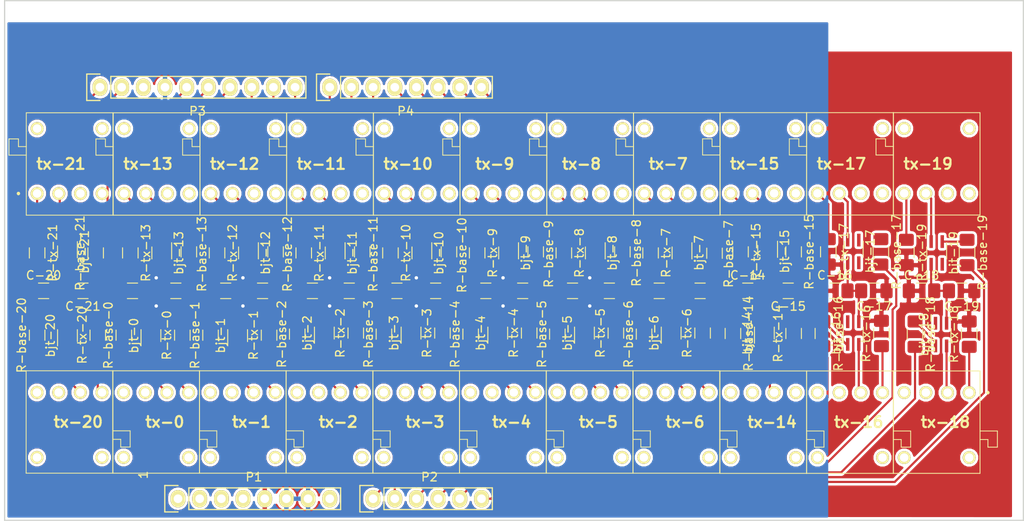
<source format=kicad_pcb>
(kicad_pcb (version 20171130) (host pcbnew "(5.0.2)-1")
  (title_block (date "lun. 30 mars 2015"))
  (layers (0 F.Cu signal) (31 B.Cu signal hide) (34 B.Paste user hide) (35 F.Paste user hide) (36 B.SilkS user) (37 F.SilkS user) (38 B.Mask user) (39 F.Mask user) (44 Edge.Cuts user))
  (net 0 "")
  (net 1 /IOREF)
  (net 2 /Reset)
  (net 3 +5V)
  (net 4 GND)
  (net 5 /Vin)
  (net 6 "Net-(P1-Pad1)")
  (net 7 +3V3)
  (net 8 "Net-(tx-13-Pad5)")
  (net 9 "Net-(tx-13-Pad4)")
  (net 10 "Net-(bjt-13-Pad2)")
  (net 11 "Net-(R-tx-13-Pad1)")
  (net 12 "Net-(R-tx-0-Pad1)")
  (net 13 "Net-(bjt-0-Pad2)")
  (net 14 "Net-(tx-0-Pad4)")
  (net 15 "Net-(tx-0-Pad5)")
  (net 16 "Net-(tx-1-Pad5)")
  (net 17 "Net-(tx-1-Pad4)")
  (net 18 "Net-(bjt-1-Pad2)")
  (net 19 "Net-(R-tx-1-Pad1)")
  (net 20 "Net-(R-tx-2-Pad1)")
  (net 21 "Net-(bjt-2-Pad2)")
  (net 22 "Net-(tx-2-Pad4)")
  (net 23 "Net-(tx-2-Pad5)")
  (net 24 "Net-(tx-3-Pad5)")
  (net 25 "Net-(tx-3-Pad4)")
  (net 26 "Net-(bjt-3-Pad2)")
  (net 27 "Net-(R-tx-3-Pad1)")
  (net 28 "Net-(R-tx-4-Pad1)")
  (net 29 "Net-(bjt-4-Pad2)")
  (net 30 "Net-(tx-4-Pad4)")
  (net 31 "Net-(tx-4-Pad5)")
  (net 32 "Net-(tx-5-Pad5)")
  (net 33 "Net-(tx-5-Pad4)")
  (net 34 "Net-(bjt-5-Pad2)")
  (net 35 "Net-(R-tx-5-Pad1)")
  (net 36 "Net-(R-tx-6-Pad1)")
  (net 37 "Net-(bjt-6-Pad2)")
  (net 38 "Net-(tx-6-Pad4)")
  (net 39 "Net-(tx-6-Pad5)")
  (net 40 "Net-(tx-7-Pad5)")
  (net 41 "Net-(tx-7-Pad4)")
  (net 42 "Net-(bjt-7-Pad2)")
  (net 43 "Net-(R-tx-7-Pad1)")
  (net 44 "Net-(R-tx-8-Pad1)")
  (net 45 "Net-(bjt-8-Pad2)")
  (net 46 "Net-(tx-8-Pad4)")
  (net 47 "Net-(tx-8-Pad5)")
  (net 48 "Net-(tx-9-Pad5)")
  (net 49 "Net-(tx-9-Pad4)")
  (net 50 "Net-(bjt-9-Pad2)")
  (net 51 "Net-(R-tx-9-Pad1)")
  (net 52 "Net-(R-tx-10-Pad1)")
  (net 53 "Net-(bjt-10-Pad2)")
  (net 54 "Net-(tx-10-Pad4)")
  (net 55 "Net-(tx-10-Pad5)")
  (net 56 "Net-(tx-11-Pad5)")
  (net 57 "Net-(tx-11-Pad4)")
  (net 58 "Net-(bjt-11-Pad2)")
  (net 59 "Net-(R-tx-11-Pad1)")
  (net 60 "Net-(R-tx-12-Pad1)")
  (net 61 "Net-(bjt-12-Pad2)")
  (net 62 "Net-(tx-12-Pad4)")
  (net 63 "Net-(tx-12-Pad5)")
  (net 64 sig-13)
  (net 65 sig-12)
  (net 66 sig-11)
  (net 67 sig-10)
  (net 68 sig-9)
  (net 69 sig-8)
  (net 70 sig-7)
  (net 71 sig-6)
  (net 72 sig-5)
  (net 73 sig-4)
  (net 74 sig-3)
  (net 75 sig-2)
  (net 76 sig-1)
  (net 77 sig-0)
  (net 78 "Net-(R-base-8-Pad1)")
  (net 79 "Net-(R-base-3-Pad1)")
  (net 80 "Net-(R-base-9-Pad1)")
  (net 81 "Net-(R-base-10-Pad1)")
  (net 82 "Net-(R-base-13-Pad1)")
  (net 83 "Net-(R-base-12-Pad1)")
  (net 84 "Net-(R-base-11-Pad1)")
  (net 85 "Net-(R-base-7-Pad1)")
  (net 86 "Net-(R-base-0-Pad1)")
  (net 87 "Net-(R-base-1-Pad1)")
  (net 88 "Net-(R-base-2-Pad1)")
  (net 89 "Net-(R-base-4-Pad1)")
  (net 90 "Net-(R-base-5-Pad1)")
  (net 91 "Net-(R-base-6-Pad1)")
  (net 92 "Net-(P3-Pad3)")
  (net 93 "Net-(tx-1-Pad3)")
  (net 94 "Net-(tx-2-Pad3)")
  (net 95 "Net-(tx-3-Pad3)")
  (net 96 "Net-(tx-4-Pad3)")
  (net 97 "Net-(tx-5-Pad3)")
  (net 98 "Net-(tx-6-Pad3)")
  (net 99 "Net-(tx-8-Pad3)")
  (net 100 "Net-(tx-9-Pad3)")
  (net 101 "Net-(tx-10-Pad3)")
  (net 102 "Net-(tx-11-Pad3)")
  (net 103 "Net-(tx-12-Pad3)")
  (net 104 "Net-(tx-7-Pad3)")
  (net 105 "Net-(tx-13-Pad3)")
  (net 106 "Net-(tx-0-Pad3)")
  (net 107 "Net-(tx-20-Pad5)")
  (net 108 "Net-(tx-20-Pad4)")
  (net 109 "Net-(tx-20-Pad3)")
  (net 110 "Net-(bjt-20-Pad2)")
  (net 111 "Net-(R-tx-20-Pad1)")
  (net 112 "Net-(R-tx-19-Pad1)")
  (net 113 "Net-(bjt-19-Pad2)")
  (net 114 "Net-(tx-19-Pad3)")
  (net 115 "Net-(tx-19-Pad4)")
  (net 116 "Net-(tx-19-Pad5)")
  (net 117 "Net-(tx-18-Pad5)")
  (net 118 "Net-(tx-18-Pad4)")
  (net 119 "Net-(tx-18-Pad3)")
  (net 120 "Net-(bjt-18-Pad2)")
  (net 121 "Net-(R-tx-18-Pad1)")
  (net 122 "Net-(R-tx-17-Pad1)")
  (net 123 "Net-(bjt-17-Pad2)")
  (net 124 "Net-(tx-17-Pad3)")
  (net 125 "Net-(tx-17-Pad4)")
  (net 126 "Net-(tx-17-Pad5)")
  (net 127 "Net-(tx-16-Pad5)")
  (net 128 "Net-(tx-16-Pad4)")
  (net 129 "Net-(tx-16-Pad3)")
  (net 130 "Net-(bjt-16-Pad2)")
  (net 131 "Net-(R-tx-16-Pad1)")
  (net 132 "Net-(R-tx-15-Pad1)")
  (net 133 "Net-(bjt-15-Pad2)")
  (net 134 "Net-(tx-15-Pad3)")
  (net 135 "Net-(tx-15-Pad4)")
  (net 136 "Net-(tx-15-Pad5)")
  (net 137 "Net-(tx-14-Pad5)")
  (net 138 "Net-(tx-14-Pad4)")
  (net 139 "Net-(tx-14-Pad3)")
  (net 140 "Net-(bjt-14-Pad2)")
  (net 141 "Net-(R-tx-14-Pad1)")
  (net 142 "Net-(R-tx-21-Pad1)")
  (net 143 "Net-(bjt-21-Pad2)")
  (net 144 "Net-(tx-21-Pad3)")
  (net 145 "Net-(tx-21-Pad4)")
  (net 146 "Net-(tx-21-Pad5)")
  (net 147 sig-21-scl)
  (net 148 sig-20-sda)
  (net 149 sig-14)
  (net 150 sig-15)
  (net 151 sig-16)
  (net 152 sig-17)
  (net 153 sig-18)
  (net 154 sig-19)
  (net 155 "Net-(R-base-20-Pad1)")
  (net 156 "Net-(R-base-17-Pad1)")
  (net 157 "Net-(R-base-21-Pad1)")
  (net 158 "Net-(R-base-19-Pad1)")
  (net 159 "Net-(R-base-18-Pad1)")
  (net 160 "Net-(R-base-16-Pad1)")
  (net 161 "Net-(R-base-14-Pad1)")
  (net 162 "Net-(R-base-15-Pad1)")
  (module Capacitor_SMD:C_1206_3216Metric_Pad1.42x1.75mm_HandSolder (layer F.Cu) (at 205.7035 99.441)
    (fp_text reference C-14 (at 0 -1.82) (layer F.SilkS))
    (fp_text value C)
    (pad 2 smd roundrect (at 1.4875 0) (size 1.425 1.75) (layers F.Cu F.Paste F.Mask) (roundrect_rratio 0.175439) (net 4 GND))
    (pad 1 smd roundrect (at -1.4875 0) (size 1.425 1.75) (layers F.Cu F.Paste F.Mask) (roundrect_rratio 0.175439) (net 3 +5V))
  )
  (module Capacitor_SMD:C_1206_3216Metric_Pad1.42x1.75mm_HandSolder (layer F.Cu) (at 210.439 99.441 180)
    (fp_text reference C-15 (at 0 -1.82 180) (layer F.SilkS))
    (fp_text value C)
    (pad 1 smd roundrect (at -1.4875 0 180) (size 1.425 1.75) (layers F.Cu F.Paste F.Mask) (roundrect_rratio 0.175439) (net 3 +5V))
    (pad 2 smd roundrect (at 1.4875 0 180) (size 1.425 1.75) (layers F.Cu F.Paste F.Mask) (roundrect_rratio 0.175439) (net 4 GND))
  )
  (module Capacitor_SMD:C_1206_3216Metric_Pad1.42x1.75mm_HandSolder (layer F.Cu) (at 215.9 99.441)
    (fp_text reference C-16 (at 0 -1.82) (layer F.SilkS))
    (fp_text value C)
    (pad 2 smd roundrect (at 1.4875 0) (size 1.425 1.75) (layers F.Cu F.Paste F.Mask) (roundrect_rratio 0.175439) (net 4 GND))
    (pad 1 smd roundrect (at -1.4875 0) (size 1.425 1.75) (layers F.Cu F.Paste F.Mask) (roundrect_rratio 0.175439) (net 3 +5V))
  )
  (module Capacitor_SMD:C_1206_3216Metric_Pad1.42x1.75mm_HandSolder (layer F.Cu) (at 220.472 99.441 180)
    (fp_text reference C-17 (at 0 -1.82 180) (layer F.SilkS))
    (fp_text value C)
    (pad 1 smd roundrect (at -1.4875 0 180) (size 1.425 1.75) (layers F.Cu F.Paste F.Mask) (roundrect_rratio 0.175439) (net 3 +5V))
    (pad 2 smd roundrect (at 1.4875 0 180) (size 1.425 1.75) (layers F.Cu F.Paste F.Mask) (roundrect_rratio 0.175439) (net 4 GND))
  )
  (module Capacitor_SMD:C_1206_3216Metric_Pad1.42x1.75mm_HandSolder (layer F.Cu) (at 226.06 99.441)
    (fp_text reference C-18 (at 0 -1.82) (layer F.SilkS))
    (fp_text value C)
    (pad 2 smd roundrect (at 1.4875 0) (size 1.425 1.75) (layers F.Cu F.Paste F.Mask) (roundrect_rratio 0.175439) (net 4 GND))
    (pad 1 smd roundrect (at -1.4875 0) (size 1.425 1.75) (layers F.Cu F.Paste F.Mask) (roundrect_rratio 0.175439) (net 3 +5V))
  )
  (module Capacitor_SMD:C_1206_3216Metric_Pad1.42x1.75mm_HandSolder (layer F.Cu) (at 230.759 99.441 180)
    (fp_text reference C-19 (at 0 -1.82 180) (layer F.SilkS))
    (fp_text value C)
    (pad 1 smd roundrect (at -1.4875 0 180) (size 1.425 1.75) (layers F.Cu F.Paste F.Mask) (roundrect_rratio 0.175439) (net 3 +5V))
    (pad 2 smd roundrect (at 1.4875 0 180) (size 1.425 1.75) (layers F.Cu F.Paste F.Mask) (roundrect_rratio 0.175439) (net 4 GND))
  )
  (module Capacitor_SMD:C_1206_3216Metric_Pad1.42x1.75mm_HandSolder (layer F.Cu) (at 123.19 99.441)
    (fp_text reference C-20 (at 0 -1.82) (layer F.SilkS))
    (fp_text value C)
    (pad 2 smd roundrect (at 1.4875 0) (size 1.425 1.75) (layers F.Cu F.Paste F.Mask) (roundrect_rratio 0.175439) (net 4 GND))
    (pad 1 smd roundrect (at -1.4875 0) (size 1.425 1.75) (layers F.Cu F.Paste F.Mask) (roundrect_rratio 0.175439) (net 3 +5V))
  )
  (module Capacitor_SMD:C_1206_3216Metric_Pad1.42x1.75mm_HandSolder (layer F.Cu) (at 127.7985 99.441 180)
    (fp_text reference C-21 (at 0 -1.82 180) (layer F.SilkS))
    (fp_text value C)
    (pad 1 smd roundrect (at -1.4875 0 180) (size 1.425 1.75) (layers F.Cu F.Paste F.Mask) (roundrect_rratio 0.175439) (net 3 +5V))
    (pad 2 smd roundrect (at 1.4875 0 180) (size 1.425 1.75) (layers F.Cu F.Paste F.Mask) (roundrect_rratio 0.175439) (net 4 GND))
  )
  (module Package_TO_SOT_SMD:SOT-343_SC-70-4_Handsoldering (layer F.Cu) (at 125.984 94.869 270)
    (fp_text reference bjt-21 (at 0 -2 270) (layer F.SilkS))
    (fp_text value BUT11A)
    (pad 4 smd rect (at 1.33 -0.65 270) (size 1.5 0.4) (layers F.Cu F.Paste F.Mask))
    (pad 3 smd rect (at 1.33 0.65 270) (size 1.5 0.4) (layers F.Cu F.Paste F.Mask) (net 4 GND))
    (pad 2 smd rect (at -1.33 0.65 270) (size 1.5 0.4) (layers F.Cu F.Paste F.Mask) (net 143 "Net-(bjt-21-Pad2)"))
    (pad 1 smd rect (at -1.33 -0.65 270) (size 1.5 0.4) (layers F.Cu F.Paste F.Mask) (net 157 "Net-(R-base-21-Pad1)"))
  )
  (module Package_TO_SOT_SMD:SOT-343_SC-70-4_Handsoldering (layer F.Cu) (at 125.984 104.69546 90)
    (fp_text reference bjt-20 (at 0 -2 90) (layer F.SilkS))
    (fp_text value BUT11A)
    (pad 1 smd rect (at -1.33 -0.65 90) (size 1.5 0.4) (layers F.Cu F.Paste F.Mask) (net 155 "Net-(R-base-20-Pad1)"))
    (pad 2 smd rect (at -1.33 0.65 90) (size 1.5 0.4) (layers F.Cu F.Paste F.Mask) (net 110 "Net-(bjt-20-Pad2)"))
    (pad 3 smd rect (at 1.33 0.65 90) (size 1.5 0.4) (layers F.Cu F.Paste F.Mask) (net 4 GND))
    (pad 4 smd rect (at 1.33 -0.65 90) (size 1.5 0.4) (layers F.Cu F.Paste F.Mask))
  )
  (module Package_TO_SOT_SMD:SOT-343_SC-70-4_Handsoldering (layer F.Cu) (at 227.838 94.996 270)
    (fp_text reference bjt-19 (at 0 -2 270) (layer F.SilkS))
    (fp_text value BUT11A)
    (pad 4 smd rect (at 1.33 -0.65 270) (size 1.5 0.4) (layers F.Cu F.Paste F.Mask))
    (pad 3 smd rect (at 1.33 0.65 270) (size 1.5 0.4) (layers F.Cu F.Paste F.Mask) (net 4 GND))
    (pad 2 smd rect (at -1.33 0.65 270) (size 1.5 0.4) (layers F.Cu F.Paste F.Mask) (net 113 "Net-(bjt-19-Pad2)"))
    (pad 1 smd rect (at -1.33 -0.65 270) (size 1.5 0.4) (layers F.Cu F.Paste F.Mask) (net 158 "Net-(R-base-19-Pad1)"))
  )
  (module Package_TO_SOT_SMD:SOT-343_SC-70-4_Handsoldering (layer F.Cu) (at 228.346 104.571 90)
    (fp_text reference bjt-18 (at 0 -2 90) (layer F.SilkS))
    (fp_text value BUT11A)
    (pad 1 smd rect (at -1.33 -0.65 90) (size 1.5 0.4) (layers F.Cu F.Paste F.Mask) (net 159 "Net-(R-base-18-Pad1)"))
    (pad 2 smd rect (at -1.33 0.65 90) (size 1.5 0.4) (layers F.Cu F.Paste F.Mask) (net 120 "Net-(bjt-18-Pad2)"))
    (pad 3 smd rect (at 1.33 0.65 90) (size 1.5 0.4) (layers F.Cu F.Paste F.Mask) (net 4 GND))
    (pad 4 smd rect (at 1.33 -0.65 90) (size 1.5 0.4) (layers F.Cu F.Paste F.Mask))
  )
  (module Package_TO_SOT_SMD:SOT-343_SC-70-4_Handsoldering (layer F.Cu) (at 218.059 94.819 270)
    (fp_text reference bjt-17 (at 0 -2 270) (layer F.SilkS))
    (fp_text value BUT11A)
    (pad 4 smd rect (at 1.33 -0.65 270) (size 1.5 0.4) (layers F.Cu F.Paste F.Mask))
    (pad 3 smd rect (at 1.33 0.65 270) (size 1.5 0.4) (layers F.Cu F.Paste F.Mask) (net 4 GND))
    (pad 2 smd rect (at -1.33 0.65 270) (size 1.5 0.4) (layers F.Cu F.Paste F.Mask) (net 123 "Net-(bjt-17-Pad2)"))
    (pad 1 smd rect (at -1.33 -0.65 270) (size 1.5 0.4) (layers F.Cu F.Paste F.Mask) (net 156 "Net-(R-base-17-Pad1)"))
  )
  (module Package_TO_SOT_SMD:SOT-343_SC-70-4_Handsoldering (layer F.Cu) (at 218.059 104.394 90)
    (fp_text reference bjt-16 (at 0 -2 90) (layer F.SilkS))
    (fp_text value BUT11A)
    (pad 1 smd rect (at -1.33 -0.65 90) (size 1.5 0.4) (layers F.Cu F.Paste F.Mask) (net 160 "Net-(R-base-16-Pad1)"))
    (pad 2 smd rect (at -1.33 0.65 90) (size 1.5 0.4) (layers F.Cu F.Paste F.Mask) (net 130 "Net-(bjt-16-Pad2)"))
    (pad 3 smd rect (at 1.33 0.65 90) (size 1.5 0.4) (layers F.Cu F.Paste F.Mask) (net 4 GND))
    (pad 4 smd rect (at 1.33 -0.65 90) (size 1.5 0.4) (layers F.Cu F.Paste F.Mask))
  )
  (module Package_TO_SOT_SMD:SOT-343_SC-70-4_Handsoldering (layer F.Cu) (at 208.026 94.819 270)
    (fp_text reference bjt-15 (at 0 -2 270) (layer F.SilkS))
    (fp_text value BUT11A)
    (pad 4 smd rect (at 1.33 -0.65 270) (size 1.5 0.4) (layers F.Cu F.Paste F.Mask))
    (pad 3 smd rect (at 1.33 0.65 270) (size 1.5 0.4) (layers F.Cu F.Paste F.Mask) (net 4 GND))
    (pad 2 smd rect (at -1.33 0.65 270) (size 1.5 0.4) (layers F.Cu F.Paste F.Mask) (net 133 "Net-(bjt-15-Pad2)"))
    (pad 1 smd rect (at -1.33 -0.65 270) (size 1.5 0.4) (layers F.Cu F.Paste F.Mask) (net 162 "Net-(R-base-15-Pad1)"))
  )
  (module Package_TO_SOT_SMD:SOT-343_SC-70-4_Handsoldering (layer F.Cu) (at 207.645 104.394 90)
    (fp_text reference bjt-14 (at 0 -2 90) (layer F.SilkS))
    (fp_text value BUT11A)
    (pad 1 smd rect (at -1.33 -0.65 90) (size 1.5 0.4) (layers F.Cu F.Paste F.Mask) (net 161 "Net-(R-base-14-Pad1)"))
    (pad 2 smd rect (at -1.33 0.65 90) (size 1.5 0.4) (layers F.Cu F.Paste F.Mask) (net 140 "Net-(bjt-14-Pad2)"))
    (pad 3 smd rect (at 1.33 0.65 90) (size 1.5 0.4) (layers F.Cu F.Paste F.Mask) (net 4 GND))
    (pad 4 smd rect (at 1.33 -0.65 90) (size 1.5 0.4) (layers F.Cu F.Paste F.Mask))
  )
  (module Resistor_SMD:R_1206_3216Metric_Pad1.42x1.75mm_HandSolder (layer F.Cu) (at 211.074 104.444 90)
    (fp_text reference R-tx-14 (at 0 -1.82 90) (layer F.SilkS))
    (fp_text value 50)
    (pad 2 smd roundrect (at 1.4875 0 90) (size 1.425 1.75) (layers F.Cu F.Paste F.Mask) (roundrect_rratio 0.175439) (net 3 +5V))
    (pad 1 smd roundrect (at -1.4875 0 90) (size 1.425 1.75) (layers F.Cu F.Paste F.Mask) (roundrect_rratio 0.175439) (net 141 "Net-(R-tx-14-Pad1)"))
  )
  (module Resistor_SMD:R_1206_3216Metric_Pad1.42x1.75mm_HandSolder (layer F.Cu) (at 204.851 94.869 270)
    (fp_text reference R-tx-15 (at 0 -1.82 270) (layer F.SilkS))
    (fp_text value 50)
    (pad 1 smd roundrect (at -1.4875 0 270) (size 1.425 1.75) (layers F.Cu F.Paste F.Mask) (roundrect_rratio 0.175439) (net 132 "Net-(R-tx-15-Pad1)"))
    (pad 2 smd roundrect (at 1.4875 0 270) (size 1.425 1.75) (layers F.Cu F.Paste F.Mask) (roundrect_rratio 0.175439) (net 3 +5V))
  )
  (module Resistor_SMD:R_1206_3216Metric_Pad1.42x1.75mm_HandSolder (layer F.Cu) (at 211.074 94.869 270)
    (fp_text reference R-base-15 (at 0 -1.82 270) (layer F.SilkS))
    (fp_text value 2k)
    (pad 2 smd roundrect (at 1.4875 0 270) (size 1.425 1.75) (layers F.Cu F.Paste F.Mask) (roundrect_rratio 0.175439) (net 150 sig-15))
    (pad 1 smd roundrect (at -1.4875 0 270) (size 1.425 1.75) (layers F.Cu F.Paste F.Mask) (roundrect_rratio 0.175439) (net 162 "Net-(R-base-15-Pad1)"))
  )
  (module Resistor_SMD:R_1206_3216Metric_Pad1.42x1.75mm_HandSolder (layer F.Cu) (at 122.428 94.996 270)
    (fp_text reference R-tx-21 (at 0 -1.82 270) (layer F.SilkS))
    (fp_text value 50)
    (pad 1 smd roundrect (at -1.4875 0 270) (size 1.425 1.75) (layers F.Cu F.Paste F.Mask) (roundrect_rratio 0.175439) (net 142 "Net-(R-tx-21-Pad1)"))
    (pad 2 smd roundrect (at 1.4875 0 270) (size 1.425 1.75) (layers F.Cu F.Paste F.Mask) (roundrect_rratio 0.175439) (net 3 +5V))
  )
  (module Resistor_SMD:R_1206_3216Metric_Pad1.42x1.75mm_HandSolder (layer F.Cu) (at 129.53492 104.64546 90)
    (fp_text reference R-tx-20 (at 0 -1.82 90) (layer F.SilkS))
    (fp_text value 50)
    (pad 2 smd roundrect (at 1.4875 0 90) (size 1.425 1.75) (layers F.Cu F.Paste F.Mask) (roundrect_rratio 0.175439) (net 3 +5V))
    (pad 1 smd roundrect (at -1.4875 0 90) (size 1.425 1.75) (layers F.Cu F.Paste F.Mask) (roundrect_rratio 0.175439) (net 111 "Net-(R-tx-20-Pad1)"))
  )
  (module Resistor_SMD:R_1206_3216Metric_Pad1.42x1.75mm_HandSolder (layer F.Cu) (at 224.282 94.946 270)
    (fp_text reference R-tx-19 (at 0 -1.82 270) (layer F.SilkS))
    (fp_text value 50)
    (pad 1 smd roundrect (at -1.4875 0 270) (size 1.425 1.75) (layers F.Cu F.Paste F.Mask) (roundrect_rratio 0.175439) (net 112 "Net-(R-tx-19-Pad1)"))
    (pad 2 smd roundrect (at 1.4875 0 270) (size 1.425 1.75) (layers F.Cu F.Paste F.Mask) (roundrect_rratio 0.175439) (net 3 +5V))
  )
  (module Resistor_SMD:R_1206_3216Metric_Pad1.42x1.75mm_HandSolder (layer F.Cu) (at 231.648 104.521 90)
    (fp_text reference R-tx-18 (at 0 -1.82 90) (layer F.SilkS))
    (fp_text value 50)
    (pad 2 smd roundrect (at 1.4875 0 90) (size 1.425 1.75) (layers F.Cu F.Paste F.Mask) (roundrect_rratio 0.175439) (net 3 +5V))
    (pad 1 smd roundrect (at -1.4875 0 90) (size 1.425 1.75) (layers F.Cu F.Paste F.Mask) (roundrect_rratio 0.175439) (net 121 "Net-(R-tx-18-Pad1)"))
  )
  (module Resistor_SMD:R_1206_3216Metric_Pad1.42x1.75mm_HandSolder (layer F.Cu) (at 215.138 94.869 270)
    (fp_text reference R-tx-17 (at 0 -1.82 270) (layer F.SilkS))
    (fp_text value 50)
    (pad 1 smd roundrect (at -1.4875 0 270) (size 1.425 1.75) (layers F.Cu F.Paste F.Mask) (roundrect_rratio 0.175439) (net 122 "Net-(R-tx-17-Pad1)"))
    (pad 2 smd roundrect (at 1.4875 0 270) (size 1.425 1.75) (layers F.Cu F.Paste F.Mask) (roundrect_rratio 0.175439) (net 3 +5V))
  )
  (module Resistor_SMD:R_1206_3216Metric_Pad1.42x1.75mm_HandSolder (layer F.Cu) (at 203.962 104.444 270)
    (fp_text reference R-base-14 (at 0 -1.82 270) (layer F.SilkS))
    (fp_text value 2k)
    (pad 2 smd roundrect (at 1.4875 0 270) (size 1.425 1.75) (layers F.Cu F.Paste F.Mask) (roundrect_rratio 0.175439) (net 149 sig-14))
    (pad 1 smd roundrect (at -1.4875 0 270) (size 1.425 1.75) (layers F.Cu F.Paste F.Mask) (roundrect_rratio 0.175439) (net 161 "Net-(R-base-14-Pad1)"))
  )
  (module Resistor_SMD:R_1206_3216Metric_Pad1.42x1.75mm_HandSolder (layer F.Cu) (at 214.503 104.444 270)
    (fp_text reference R-base-16 (at 0 -1.82 270) (layer F.SilkS))
    (fp_text value 2k)
    (pad 1 smd roundrect (at -1.4875 0 270) (size 1.425 1.75) (layers F.Cu F.Paste F.Mask) (roundrect_rratio 0.175439) (net 160 "Net-(R-base-16-Pad1)"))
    (pad 2 smd roundrect (at 1.4875 0 270) (size 1.425 1.75) (layers F.Cu F.Paste F.Mask) (roundrect_rratio 0.175439) (net 151 sig-16))
  )
  (module Resistor_SMD:R_1206_3216Metric_Pad1.42x1.75mm_HandSolder (layer F.Cu) (at 225.298 104.521 270)
    (fp_text reference R-base-18 (at 0 -1.82 270) (layer F.SilkS))
    (fp_text value 2k)
    (pad 2 smd roundrect (at 1.4875 0 270) (size 1.425 1.75) (layers F.Cu F.Paste F.Mask) (roundrect_rratio 0.175439) (net 153 sig-18))
    (pad 1 smd roundrect (at -1.4875 0 270) (size 1.425 1.75) (layers F.Cu F.Paste F.Mask) (roundrect_rratio 0.175439) (net 159 "Net-(R-base-18-Pad1)"))
  )
  (module Resistor_SMD:R_1206_3216Metric_Pad1.42x1.75mm_HandSolder (layer F.Cu) (at 231.394 94.946 270)
    (fp_text reference R-base-19 (at 0 -1.82 270) (layer F.SilkS))
    (fp_text value 2k)
    (pad 1 smd roundrect (at -1.4875 0 270) (size 1.425 1.75) (layers F.Cu F.Paste F.Mask) (roundrect_rratio 0.175439) (net 158 "Net-(R-base-19-Pad1)"))
    (pad 2 smd roundrect (at 1.4875 0 270) (size 1.425 1.75) (layers F.Cu F.Paste F.Mask) (roundrect_rratio 0.175439) (net 154 sig-19))
  )
  (module Resistor_SMD:R_1206_3216Metric_Pad1.42x1.75mm_HandSolder (layer F.Cu) (at 129.286 94.996 90)
    (fp_text reference R-base-21 (at 0 -1.82 90) (layer F.SilkS))
    (fp_text value 2k)
    (pad 2 smd roundrect (at 1.4875 0 90) (size 1.425 1.75) (layers F.Cu F.Paste F.Mask) (roundrect_rratio 0.175439) (net 148 sig-20-sda))
    (pad 1 smd roundrect (at -1.4875 0 90) (size 1.425 1.75) (layers F.Cu F.Paste F.Mask) (roundrect_rratio 0.175439) (net 157 "Net-(R-base-21-Pad1)"))
  )
  (module Resistor_SMD:R_1206_3216Metric_Pad1.42x1.75mm_HandSolder (layer F.Cu) (at 221.361 104.444 90)
    (fp_text reference R-tx-16 (at 0 -1.82 90) (layer F.SilkS))
    (fp_text value 50)
    (pad 1 smd roundrect (at -1.4875 0 90) (size 1.425 1.75) (layers F.Cu F.Paste F.Mask) (roundrect_rratio 0.175439) (net 131 "Net-(R-tx-16-Pad1)"))
    (pad 2 smd roundrect (at 1.4875 0 90) (size 1.425 1.75) (layers F.Cu F.Paste F.Mask) (roundrect_rratio 0.175439) (net 3 +5V))
  )
  (module Resistor_SMD:R_1206_3216Metric_Pad1.42x1.75mm_HandSolder (layer F.Cu) (at 221.2975 94.869 270)
    (fp_text reference R-base-17 (at 0 -1.82 270) (layer F.SilkS))
    (fp_text value 2k)
    (pad 2 smd roundrect (at 1.4875 0 270) (size 1.425 1.75) (layers F.Cu F.Paste F.Mask) (roundrect_rratio 0.175439) (net 152 sig-17))
    (pad 1 smd roundrect (at -1.4875 0 270) (size 1.425 1.75) (layers F.Cu F.Paste F.Mask) (roundrect_rratio 0.175439) (net 156 "Net-(R-base-17-Pad1)"))
  )
  (module Resistor_SMD:R_1206_3216Metric_Pad1.42x1.75mm_HandSolder (layer F.Cu) (at 122.428 104.64546 90)
    (fp_text reference R-base-20 (at 0 -1.82 90) (layer F.SilkS))
    (fp_text value 2k)
    (pad 1 smd roundrect (at -1.4875 0 90) (size 1.425 1.75) (layers F.Cu F.Paste F.Mask) (roundrect_rratio 0.175439) (net 155 "Net-(R-base-20-Pad1)"))
    (pad 2 smd roundrect (at 1.4875 0 90) (size 1.425 1.75) (layers F.Cu F.Paste F.Mask) (roundrect_rratio 0.175439) (net 147 sig-21-scl))
  )
  (module hfbr:HFBR1521Z (layer F.Cu) (at 126.238 88.025 180)
    (fp_text reference tx-21 (at 1.015 3.465 180) (layer F.SilkS) (effects (font (size 1.27 1.27) (thickness 0.254))))
    (fp_text value HFBR-1521Z hide)
    (pad 1 thru_hole circle (at 3.81 0 270) (size 1.515 1.515) (drill 1.01) (layers *.Cu *.Mask F.SilkS) (net 142 "Net-(R-tx-21-Pad1)"))
    (pad 2 thru_hole circle (at 1.27 0 270) (size 1.515 1.515) (drill 1.01) (layers *.Cu *.Mask F.SilkS) (net 143 "Net-(bjt-21-Pad2)"))
    (pad 3 thru_hole circle (at -1.27 0 270) (size 1.515 1.515) (drill 1.01) (layers *.Cu *.Mask F.SilkS) (net 144 "Net-(tx-21-Pad3)"))
    (pad 4 thru_hole circle (at -3.81 0 270) (size 1.515 1.515) (drill 1.01) (layers *.Cu *.Mask F.SilkS) (net 145 "Net-(tx-21-Pad4)"))
    (pad 5 thru_hole circle (at -3.81 7.62 270) (size 1.515 1.515) (drill 1.01) (layers *.Cu *.Mask F.SilkS) (net 146 "Net-(tx-21-Pad5)"))
    (pad 6 thru_hole circle (at 3.81 7.62 270) (size 1.515 1.515) (drill 1.01) (layers *.Cu *.Mask F.SilkS))
  )
  (module hfbr:HFBR1521Z (layer F.Cu) (at 207.518 111.379)
    (fp_text reference tx-14 (at 1.015 3.465) (layer F.SilkS) (effects (font (size 1.27 1.27) (thickness 0.254))))
    (fp_text value HFBR-1521Z hide)
    (pad 6 thru_hole circle (at 3.81 7.62 90) (size 1.515 1.515) (drill 1.01) (layers *.Cu *.Mask F.SilkS))
    (pad 5 thru_hole circle (at -3.81 7.62 90) (size 1.515 1.515) (drill 1.01) (layers *.Cu *.Mask F.SilkS) (net 137 "Net-(tx-14-Pad5)"))
    (pad 4 thru_hole circle (at -3.81 0 90) (size 1.515 1.515) (drill 1.01) (layers *.Cu *.Mask F.SilkS) (net 138 "Net-(tx-14-Pad4)"))
    (pad 3 thru_hole circle (at -1.27 0 90) (size 1.515 1.515) (drill 1.01) (layers *.Cu *.Mask F.SilkS) (net 139 "Net-(tx-14-Pad3)"))
    (pad 2 thru_hole circle (at 1.27 0 90) (size 1.515 1.515) (drill 1.01) (layers *.Cu *.Mask F.SilkS) (net 140 "Net-(bjt-14-Pad2)"))
    (pad 1 thru_hole circle (at 3.81 0 90) (size 1.515 1.515) (drill 1.01) (layers *.Cu *.Mask F.SilkS) (net 141 "Net-(R-tx-14-Pad1)"))
  )
  (module hfbr:HFBR1521Z (layer F.Cu) (at 207.518 88.011 180)
    (fp_text reference tx-15 (at 1.015 3.465 180) (layer F.SilkS) (effects (font (size 1.27 1.27) (thickness 0.254))))
    (fp_text value HFBR-1521Z hide)
    (pad 1 thru_hole circle (at 3.81 0 270) (size 1.515 1.515) (drill 1.01) (layers *.Cu *.Mask F.SilkS) (net 132 "Net-(R-tx-15-Pad1)"))
    (pad 2 thru_hole circle (at 1.27 0 270) (size 1.515 1.515) (drill 1.01) (layers *.Cu *.Mask F.SilkS) (net 133 "Net-(bjt-15-Pad2)"))
    (pad 3 thru_hole circle (at -1.27 0 270) (size 1.515 1.515) (drill 1.01) (layers *.Cu *.Mask F.SilkS) (net 134 "Net-(tx-15-Pad3)"))
    (pad 4 thru_hole circle (at -3.81 0 270) (size 1.515 1.515) (drill 1.01) (layers *.Cu *.Mask F.SilkS) (net 135 "Net-(tx-15-Pad4)"))
    (pad 5 thru_hole circle (at -3.81 7.62 270) (size 1.515 1.515) (drill 1.01) (layers *.Cu *.Mask F.SilkS) (net 136 "Net-(tx-15-Pad5)"))
    (pad 6 thru_hole circle (at 3.81 7.62 270) (size 1.515 1.515) (drill 1.01) (layers *.Cu *.Mask F.SilkS))
  )
  (module hfbr:HFBR1521Z (layer F.Cu) (at 217.678 111.379)
    (fp_text reference tx-16 (at 1.015 3.465) (layer F.SilkS) (effects (font (size 1.27 1.27) (thickness 0.254))))
    (fp_text value HFBR-1521Z hide)
    (pad 6 thru_hole circle (at 3.81 7.62 90) (size 1.515 1.515) (drill 1.01) (layers *.Cu *.Mask F.SilkS))
    (pad 5 thru_hole circle (at -3.81 7.62 90) (size 1.515 1.515) (drill 1.01) (layers *.Cu *.Mask F.SilkS) (net 127 "Net-(tx-16-Pad5)"))
    (pad 4 thru_hole circle (at -3.81 0 90) (size 1.515 1.515) (drill 1.01) (layers *.Cu *.Mask F.SilkS) (net 128 "Net-(tx-16-Pad4)"))
    (pad 3 thru_hole circle (at -1.27 0 90) (size 1.515 1.515) (drill 1.01) (layers *.Cu *.Mask F.SilkS) (net 129 "Net-(tx-16-Pad3)"))
    (pad 2 thru_hole circle (at 1.27 0 90) (size 1.515 1.515) (drill 1.01) (layers *.Cu *.Mask F.SilkS) (net 130 "Net-(bjt-16-Pad2)"))
    (pad 1 thru_hole circle (at 3.81 0 90) (size 1.515 1.515) (drill 1.01) (layers *.Cu *.Mask F.SilkS) (net 131 "Net-(R-tx-16-Pad1)"))
  )
  (module hfbr:HFBR1521Z (layer F.Cu) (at 217.678 88.011 180)
    (fp_text reference tx-17 (at 1.015 3.465 180) (layer F.SilkS) (effects (font (size 1.27 1.27) (thickness 0.254))))
    (fp_text value HFBR-1521Z hide)
    (pad 1 thru_hole circle (at 3.81 0 270) (size 1.515 1.515) (drill 1.01) (layers *.Cu *.Mask F.SilkS) (net 122 "Net-(R-tx-17-Pad1)"))
    (pad 2 thru_hole circle (at 1.27 0 270) (size 1.515 1.515) (drill 1.01) (layers *.Cu *.Mask F.SilkS) (net 123 "Net-(bjt-17-Pad2)"))
    (pad 3 thru_hole circle (at -1.27 0 270) (size 1.515 1.515) (drill 1.01) (layers *.Cu *.Mask F.SilkS) (net 124 "Net-(tx-17-Pad3)"))
    (pad 4 thru_hole circle (at -3.81 0 270) (size 1.515 1.515) (drill 1.01) (layers *.Cu *.Mask F.SilkS) (net 125 "Net-(tx-17-Pad4)"))
    (pad 5 thru_hole circle (at -3.81 7.62 270) (size 1.515 1.515) (drill 1.01) (layers *.Cu *.Mask F.SilkS) (net 126 "Net-(tx-17-Pad5)"))
    (pad 6 thru_hole circle (at 3.81 7.62 270) (size 1.515 1.515) (drill 1.01) (layers *.Cu *.Mask F.SilkS))
  )
  (module hfbr:HFBR1521Z (layer F.Cu) (at 227.838 111.379)
    (fp_text reference tx-18 (at 1.015 3.465) (layer F.SilkS) (effects (font (size 1.27 1.27) (thickness 0.254))))
    (fp_text value HFBR-1521Z hide)
    (pad 6 thru_hole circle (at 3.81 7.62 90) (size 1.515 1.515) (drill 1.01) (layers *.Cu *.Mask F.SilkS))
    (pad 5 thru_hole circle (at -3.81 7.62 90) (size 1.515 1.515) (drill 1.01) (layers *.Cu *.Mask F.SilkS) (net 117 "Net-(tx-18-Pad5)"))
    (pad 4 thru_hole circle (at -3.81 0 90) (size 1.515 1.515) (drill 1.01) (layers *.Cu *.Mask F.SilkS) (net 118 "Net-(tx-18-Pad4)"))
    (pad 3 thru_hole circle (at -1.27 0 90) (size 1.515 1.515) (drill 1.01) (layers *.Cu *.Mask F.SilkS) (net 119 "Net-(tx-18-Pad3)"))
    (pad 2 thru_hole circle (at 1.27 0 90) (size 1.515 1.515) (drill 1.01) (layers *.Cu *.Mask F.SilkS) (net 120 "Net-(bjt-18-Pad2)"))
    (pad 1 thru_hole circle (at 3.81 0 90) (size 1.515 1.515) (drill 1.01) (layers *.Cu *.Mask F.SilkS) (net 121 "Net-(R-tx-18-Pad1)"))
  )
  (module hfbr:HFBR1521Z (layer F.Cu) (at 227.838 88.011 180)
    (fp_text reference tx-19 (at 1.015 3.465 180) (layer F.SilkS) (effects (font (size 1.27 1.27) (thickness 0.254))))
    (fp_text value HFBR-1521Z hide)
    (pad 1 thru_hole circle (at 3.81 0 270) (size 1.515 1.515) (drill 1.01) (layers *.Cu *.Mask F.SilkS) (net 112 "Net-(R-tx-19-Pad1)"))
    (pad 2 thru_hole circle (at 1.27 0 270) (size 1.515 1.515) (drill 1.01) (layers *.Cu *.Mask F.SilkS) (net 113 "Net-(bjt-19-Pad2)"))
    (pad 3 thru_hole circle (at -1.27 0 270) (size 1.515 1.515) (drill 1.01) (layers *.Cu *.Mask F.SilkS) (net 114 "Net-(tx-19-Pad3)"))
    (pad 4 thru_hole circle (at -3.81 0 270) (size 1.515 1.515) (drill 1.01) (layers *.Cu *.Mask F.SilkS) (net 115 "Net-(tx-19-Pad4)"))
    (pad 5 thru_hole circle (at -3.81 7.62 270) (size 1.515 1.515) (drill 1.01) (layers *.Cu *.Mask F.SilkS) (net 116 "Net-(tx-19-Pad5)"))
    (pad 6 thru_hole circle (at 3.81 7.62 270) (size 1.515 1.515) (drill 1.01) (layers *.Cu *.Mask F.SilkS))
  )
  (module hfbr:HFBR1521Z (layer F.Cu) (at 126.22276 111.36122)
    (fp_text reference tx-20 (at 1.015 3.465) (layer F.SilkS) (effects (font (size 1.27 1.27) (thickness 0.254))))
    (fp_text value HFBR-1521Z hide)
    (pad 6 thru_hole circle (at 3.81 7.62 90) (size 1.515 1.515) (drill 1.01) (layers *.Cu *.Mask F.SilkS))
    (pad 5 thru_hole circle (at -3.81 7.62 90) (size 1.515 1.515) (drill 1.01) (layers *.Cu *.Mask F.SilkS) (net 107 "Net-(tx-20-Pad5)"))
    (pad 4 thru_hole circle (at -3.81 0 90) (size 1.515 1.515) (drill 1.01) (layers *.Cu *.Mask F.SilkS) (net 108 "Net-(tx-20-Pad4)"))
    (pad 3 thru_hole circle (at -1.27 0 90) (size 1.515 1.515) (drill 1.01) (layers *.Cu *.Mask F.SilkS) (net 109 "Net-(tx-20-Pad3)"))
    (pad 2 thru_hole circle (at 1.27 0 90) (size 1.515 1.515) (drill 1.01) (layers *.Cu *.Mask F.SilkS) (net 110 "Net-(bjt-20-Pad2)"))
    (pad 1 thru_hole circle (at 3.81 0 90) (size 1.515 1.515) (drill 1.01) (layers *.Cu *.Mask F.SilkS) (net 111 "Net-(R-tx-20-Pad1)"))
  )
  (module hfbr:HFBR1521Z (layer F.Cu) (at 136.369001 111.363001)
    (fp_text reference tx-0 (at 1.015 3.465) (layer F.SilkS) (effects (font (size 1.27 1.27) (thickness 0.254))))
    (fp_text value HFBR-1521Z hide)
    (pad 1 thru_hole circle (at 3.81 0 90) (size 1.515 1.515) (drill 1.01) (layers *.Cu *.Mask F.SilkS) (net 12 "Net-(R-tx-0-Pad1)"))
    (pad 2 thru_hole circle (at 1.27 0 90) (size 1.515 1.515) (drill 1.01) (layers *.Cu *.Mask F.SilkS) (net 13 "Net-(bjt-0-Pad2)"))
    (pad 3 thru_hole circle (at -1.27 0 90) (size 1.515 1.515) (drill 1.01) (layers *.Cu *.Mask F.SilkS) (net 106 "Net-(tx-0-Pad3)"))
    (pad 4 thru_hole circle (at -3.81 0 90) (size 1.515 1.515) (drill 1.01) (layers *.Cu *.Mask F.SilkS) (net 14 "Net-(tx-0-Pad4)"))
    (pad 5 thru_hole circle (at -3.81 7.62 90) (size 1.515 1.515) (drill 1.01) (layers *.Cu *.Mask F.SilkS) (net 15 "Net-(tx-0-Pad5)"))
    (pad 6 thru_hole circle (at 3.81 7.62 90) (size 1.515 1.515) (drill 1.01) (layers *.Cu *.Mask F.SilkS))
  )
  (module hfbr:HFBR1521Z (layer F.Cu) (at 136.426999 88.026999 180)
    (fp_text reference tx-13 (at 1.015 3.465 180) (layer F.SilkS) (effects (font (size 1.27 1.27) (thickness 0.254))))
    (fp_text value HFBR-1521Z hide)
    (pad 6 thru_hole circle (at 3.81 7.62 270) (size 1.515 1.515) (drill 1.01) (layers *.Cu *.Mask F.SilkS))
    (pad 5 thru_hole circle (at -3.81 7.62 270) (size 1.515 1.515) (drill 1.01) (layers *.Cu *.Mask F.SilkS) (net 8 "Net-(tx-13-Pad5)"))
    (pad 4 thru_hole circle (at -3.81 0 270) (size 1.515 1.515) (drill 1.01) (layers *.Cu *.Mask F.SilkS) (net 9 "Net-(tx-13-Pad4)"))
    (pad 3 thru_hole circle (at -1.27 0 270) (size 1.515 1.515) (drill 1.01) (layers *.Cu *.Mask F.SilkS) (net 105 "Net-(tx-13-Pad3)"))
    (pad 2 thru_hole circle (at 1.27 0 270) (size 1.515 1.515) (drill 1.01) (layers *.Cu *.Mask F.SilkS) (net 10 "Net-(bjt-13-Pad2)"))
    (pad 1 thru_hole circle (at 3.81 0 270) (size 1.515 1.515) (drill 1.01) (layers *.Cu *.Mask F.SilkS) (net 11 "Net-(R-tx-13-Pad1)"))
  )
  (module hfbr:HFBR1521Z (layer F.Cu) (at 197.386999 88.026999 180)
    (fp_text reference tx-7 (at 1.015 3.465 180) (layer F.SilkS) (effects (font (size 1.27 1.27) (thickness 0.254))))
    (fp_text value HFBR-1521Z hide)
    (pad 1 thru_hole circle (at 3.81 0 270) (size 1.515 1.515) (drill 1.01) (layers *.Cu *.Mask F.SilkS) (net 43 "Net-(R-tx-7-Pad1)"))
    (pad 2 thru_hole circle (at 1.27 0 270) (size 1.515 1.515) (drill 1.01) (layers *.Cu *.Mask F.SilkS) (net 42 "Net-(bjt-7-Pad2)"))
    (pad 3 thru_hole circle (at -1.27 0 270) (size 1.515 1.515) (drill 1.01) (layers *.Cu *.Mask F.SilkS) (net 104 "Net-(tx-7-Pad3)"))
    (pad 4 thru_hole circle (at -3.81 0 270) (size 1.515 1.515) (drill 1.01) (layers *.Cu *.Mask F.SilkS) (net 41 "Net-(tx-7-Pad4)"))
    (pad 5 thru_hole circle (at -3.81 7.62 270) (size 1.515 1.515) (drill 1.01) (layers *.Cu *.Mask F.SilkS) (net 40 "Net-(tx-7-Pad5)"))
    (pad 6 thru_hole circle (at 3.81 7.62 270) (size 1.515 1.515) (drill 1.01) (layers *.Cu *.Mask F.SilkS))
  )
  (module hfbr:HFBR1521Z (layer F.Cu) (at 146.586999 88.026999 180)
    (fp_text reference tx-12 (at 1.015 3.465 180) (layer F.SilkS) (effects (font (size 1.27 1.27) (thickness 0.254))))
    (fp_text value HFBR-1521Z hide)
    (pad 6 thru_hole circle (at 3.81 7.62 270) (size 1.515 1.515) (drill 1.01) (layers *.Cu *.Mask F.SilkS))
    (pad 5 thru_hole circle (at -3.81 7.62 270) (size 1.515 1.515) (drill 1.01) (layers *.Cu *.Mask F.SilkS) (net 63 "Net-(tx-12-Pad5)"))
    (pad 4 thru_hole circle (at -3.81 0 270) (size 1.515 1.515) (drill 1.01) (layers *.Cu *.Mask F.SilkS) (net 62 "Net-(tx-12-Pad4)"))
    (pad 3 thru_hole circle (at -1.27 0 270) (size 1.515 1.515) (drill 1.01) (layers *.Cu *.Mask F.SilkS) (net 103 "Net-(tx-12-Pad3)"))
    (pad 2 thru_hole circle (at 1.27 0 270) (size 1.515 1.515) (drill 1.01) (layers *.Cu *.Mask F.SilkS) (net 61 "Net-(bjt-12-Pad2)"))
    (pad 1 thru_hole circle (at 3.81 0 270) (size 1.515 1.515) (drill 1.01) (layers *.Cu *.Mask F.SilkS) (net 60 "Net-(R-tx-12-Pad1)"))
  )
  (module hfbr:HFBR1521Z (layer F.Cu) (at 156.746999 88.026999 180)
    (fp_text reference tx-11 (at 1.015 3.465 180) (layer F.SilkS) (effects (font (size 1.27 1.27) (thickness 0.254))))
    (fp_text value HFBR-1521Z hide)
    (pad 1 thru_hole circle (at 3.81 0 270) (size 1.515 1.515) (drill 1.01) (layers *.Cu *.Mask F.SilkS) (net 59 "Net-(R-tx-11-Pad1)"))
    (pad 2 thru_hole circle (at 1.27 0 270) (size 1.515 1.515) (drill 1.01) (layers *.Cu *.Mask F.SilkS) (net 58 "Net-(bjt-11-Pad2)"))
    (pad 3 thru_hole circle (at -1.27 0 270) (size 1.515 1.515) (drill 1.01) (layers *.Cu *.Mask F.SilkS) (net 102 "Net-(tx-11-Pad3)"))
    (pad 4 thru_hole circle (at -3.81 0 270) (size 1.515 1.515) (drill 1.01) (layers *.Cu *.Mask F.SilkS) (net 57 "Net-(tx-11-Pad4)"))
    (pad 5 thru_hole circle (at -3.81 7.62 270) (size 1.515 1.515) (drill 1.01) (layers *.Cu *.Mask F.SilkS) (net 56 "Net-(tx-11-Pad5)"))
    (pad 6 thru_hole circle (at 3.81 7.62 270) (size 1.515 1.515) (drill 1.01) (layers *.Cu *.Mask F.SilkS))
  )
  (module hfbr:HFBR1521Z (layer F.Cu) (at 166.906999 88.026999 180)
    (fp_text reference tx-10 (at 1.015 3.465 180) (layer F.SilkS) (effects (font (size 1.27 1.27) (thickness 0.254))))
    (fp_text value HFBR-1521Z hide)
    (pad 6 thru_hole circle (at 3.81 7.62 270) (size 1.515 1.515) (drill 1.01) (layers *.Cu *.Mask F.SilkS))
    (pad 5 thru_hole circle (at -3.81 7.62 270) (size 1.515 1.515) (drill 1.01) (layers *.Cu *.Mask F.SilkS) (net 55 "Net-(tx-10-Pad5)"))
    (pad 4 thru_hole circle (at -3.81 0 270) (size 1.515 1.515) (drill 1.01) (layers *.Cu *.Mask F.SilkS) (net 54 "Net-(tx-10-Pad4)"))
    (pad 3 thru_hole circle (at -1.27 0 270) (size 1.515 1.515) (drill 1.01) (layers *.Cu *.Mask F.SilkS) (net 101 "Net-(tx-10-Pad3)"))
    (pad 2 thru_hole circle (at 1.27 0 270) (size 1.515 1.515) (drill 1.01) (layers *.Cu *.Mask F.SilkS) (net 53 "Net-(bjt-10-Pad2)"))
    (pad 1 thru_hole circle (at 3.81 0 270) (size 1.515 1.515) (drill 1.01) (layers *.Cu *.Mask F.SilkS) (net 52 "Net-(R-tx-10-Pad1)"))
  )
  (module hfbr:HFBR1521Z (layer F.Cu) (at 177.066999 88.026999 180)
    (fp_text reference tx-9 (at 1.015 3.465 180) (layer F.SilkS) (effects (font (size 1.27 1.27) (thickness 0.254))))
    (fp_text value HFBR-1521Z hide)
    (pad 1 thru_hole circle (at 3.81 0 270) (size 1.515 1.515) (drill 1.01) (layers *.Cu *.Mask F.SilkS) (net 51 "Net-(R-tx-9-Pad1)"))
    (pad 2 thru_hole circle (at 1.27 0 270) (size 1.515 1.515) (drill 1.01) (layers *.Cu *.Mask F.SilkS) (net 50 "Net-(bjt-9-Pad2)"))
    (pad 3 thru_hole circle (at -1.27 0 270) (size 1.515 1.515) (drill 1.01) (layers *.Cu *.Mask F.SilkS) (net 100 "Net-(tx-9-Pad3)"))
    (pad 4 thru_hole circle (at -3.81 0 270) (size 1.515 1.515) (drill 1.01) (layers *.Cu *.Mask F.SilkS) (net 49 "Net-(tx-9-Pad4)"))
    (pad 5 thru_hole circle (at -3.81 7.62 270) (size 1.515 1.515) (drill 1.01) (layers *.Cu *.Mask F.SilkS) (net 48 "Net-(tx-9-Pad5)"))
    (pad 6 thru_hole circle (at 3.81 7.62 270) (size 1.515 1.515) (drill 1.01) (layers *.Cu *.Mask F.SilkS))
  )
  (module hfbr:HFBR1521Z (layer F.Cu) (at 187.226999 88.026999 180)
    (fp_text reference tx-8 (at 1.015 3.465 180) (layer F.SilkS) (effects (font (size 1.27 1.27) (thickness 0.254))))
    (fp_text value HFBR-1521Z hide)
    (pad 6 thru_hole circle (at 3.81 7.62 270) (size 1.515 1.515) (drill 1.01) (layers *.Cu *.Mask F.SilkS))
    (pad 5 thru_hole circle (at -3.81 7.62 270) (size 1.515 1.515) (drill 1.01) (layers *.Cu *.Mask F.SilkS) (net 47 "Net-(tx-8-Pad5)"))
    (pad 4 thru_hole circle (at -3.81 0 270) (size 1.515 1.515) (drill 1.01) (layers *.Cu *.Mask F.SilkS) (net 46 "Net-(tx-8-Pad4)"))
    (pad 3 thru_hole circle (at -1.27 0 270) (size 1.515 1.515) (drill 1.01) (layers *.Cu *.Mask F.SilkS) (net 99 "Net-(tx-8-Pad3)"))
    (pad 2 thru_hole circle (at 1.27 0 270) (size 1.515 1.515) (drill 1.01) (layers *.Cu *.Mask F.SilkS) (net 45 "Net-(bjt-8-Pad2)"))
    (pad 1 thru_hole circle (at 3.81 0 270) (size 1.515 1.515) (drill 1.01) (layers *.Cu *.Mask F.SilkS) (net 44 "Net-(R-tx-8-Pad1)"))
  )
  (module hfbr:HFBR1521Z (layer F.Cu) (at 197.329001 111.363001)
    (fp_text reference tx-6 (at 1.015 3.465) (layer F.SilkS) (effects (font (size 1.27 1.27) (thickness 0.254))))
    (fp_text value HFBR-1521Z hide)
    (pad 1 thru_hole circle (at 3.81 0 90) (size 1.515 1.515) (drill 1.01) (layers *.Cu *.Mask F.SilkS) (net 36 "Net-(R-tx-6-Pad1)"))
    (pad 2 thru_hole circle (at 1.27 0 90) (size 1.515 1.515) (drill 1.01) (layers *.Cu *.Mask F.SilkS) (net 37 "Net-(bjt-6-Pad2)"))
    (pad 3 thru_hole circle (at -1.27 0 90) (size 1.515 1.515) (drill 1.01) (layers *.Cu *.Mask F.SilkS) (net 98 "Net-(tx-6-Pad3)"))
    (pad 4 thru_hole circle (at -3.81 0 90) (size 1.515 1.515) (drill 1.01) (layers *.Cu *.Mask F.SilkS) (net 38 "Net-(tx-6-Pad4)"))
    (pad 5 thru_hole circle (at -3.81 7.62 90) (size 1.515 1.515) (drill 1.01) (layers *.Cu *.Mask F.SilkS) (net 39 "Net-(tx-6-Pad5)"))
    (pad 6 thru_hole circle (at 3.81 7.62 90) (size 1.515 1.515) (drill 1.01) (layers *.Cu *.Mask F.SilkS))
  )
  (module hfbr:HFBR1521Z (layer F.Cu) (at 187.169001 111.363001)
    (fp_text reference tx-5 (at 1.015 3.465) (layer F.SilkS) (effects (font (size 1.27 1.27) (thickness 0.254))))
    (fp_text value HFBR-1521Z hide)
    (pad 6 thru_hole circle (at 3.81 7.62 90) (size 1.515 1.515) (drill 1.01) (layers *.Cu *.Mask F.SilkS))
    (pad 5 thru_hole circle (at -3.81 7.62 90) (size 1.515 1.515) (drill 1.01) (layers *.Cu *.Mask F.SilkS) (net 32 "Net-(tx-5-Pad5)"))
    (pad 4 thru_hole circle (at -3.81 0 90) (size 1.515 1.515) (drill 1.01) (layers *.Cu *.Mask F.SilkS) (net 33 "Net-(tx-5-Pad4)"))
    (pad 3 thru_hole circle (at -1.27 0 90) (size 1.515 1.515) (drill 1.01) (layers *.Cu *.Mask F.SilkS) (net 97 "Net-(tx-5-Pad3)"))
    (pad 2 thru_hole circle (at 1.27 0 90) (size 1.515 1.515) (drill 1.01) (layers *.Cu *.Mask F.SilkS) (net 34 "Net-(bjt-5-Pad2)"))
    (pad 1 thru_hole circle (at 3.81 0 90) (size 1.515 1.515) (drill 1.01) (layers *.Cu *.Mask F.SilkS) (net 35 "Net-(R-tx-5-Pad1)"))
  )
  (module hfbr:HFBR1521Z (layer F.Cu) (at 177.009001 111.363001)
    (fp_text reference tx-4 (at 1.015 3.465) (layer F.SilkS) (effects (font (size 1.27 1.27) (thickness 0.254))))
    (fp_text value HFBR-1521Z hide)
    (pad 1 thru_hole circle (at 3.81 0 90) (size 1.515 1.515) (drill 1.01) (layers *.Cu *.Mask F.SilkS) (net 28 "Net-(R-tx-4-Pad1)"))
    (pad 2 thru_hole circle (at 1.27 0 90) (size 1.515 1.515) (drill 1.01) (layers *.Cu *.Mask F.SilkS) (net 29 "Net-(bjt-4-Pad2)"))
    (pad 3 thru_hole circle (at -1.27 0 90) (size 1.515 1.515) (drill 1.01) (layers *.Cu *.Mask F.SilkS) (net 96 "Net-(tx-4-Pad3)"))
    (pad 4 thru_hole circle (at -3.81 0 90) (size 1.515 1.515) (drill 1.01) (layers *.Cu *.Mask F.SilkS) (net 30 "Net-(tx-4-Pad4)"))
    (pad 5 thru_hole circle (at -3.81 7.62 90) (size 1.515 1.515) (drill 1.01) (layers *.Cu *.Mask F.SilkS) (net 31 "Net-(tx-4-Pad5)"))
    (pad 6 thru_hole circle (at 3.81 7.62 90) (size 1.515 1.515) (drill 1.01) (layers *.Cu *.Mask F.SilkS))
  )
  (module hfbr:HFBR1521Z (layer F.Cu) (at 166.849001 111.363001)
    (fp_text reference tx-3 (at 1.015 3.465) (layer F.SilkS) (effects (font (size 1.27 1.27) (thickness 0.254))))
    (fp_text value HFBR-1521Z hide)
    (pad 6 thru_hole circle (at 3.81 7.62 90) (size 1.515 1.515) (drill 1.01) (layers *.Cu *.Mask F.SilkS))
    (pad 5 thru_hole circle (at -3.81 7.62 90) (size 1.515 1.515) (drill 1.01) (layers *.Cu *.Mask F.SilkS) (net 24 "Net-(tx-3-Pad5)"))
    (pad 4 thru_hole circle (at -3.81 0 90) (size 1.515 1.515) (drill 1.01) (layers *.Cu *.Mask F.SilkS) (net 25 "Net-(tx-3-Pad4)"))
    (pad 3 thru_hole circle (at -1.27 0 90) (size 1.515 1.515) (drill 1.01) (layers *.Cu *.Mask F.SilkS) (net 95 "Net-(tx-3-Pad3)"))
    (pad 2 thru_hole circle (at 1.27 0 90) (size 1.515 1.515) (drill 1.01) (layers *.Cu *.Mask F.SilkS) (net 26 "Net-(bjt-3-Pad2)"))
    (pad 1 thru_hole circle (at 3.81 0 90) (size 1.515 1.515) (drill 1.01) (layers *.Cu *.Mask F.SilkS) (net 27 "Net-(R-tx-3-Pad1)"))
  )
  (module hfbr:HFBR1521Z (layer F.Cu) (at 156.689001 111.363001)
    (fp_text reference tx-2 (at 1.015 3.465) (layer F.SilkS) (effects (font (size 1.27 1.27) (thickness 0.254))))
    (fp_text value HFBR-1521Z hide)
    (pad 1 thru_hole circle (at 3.81 0 90) (size 1.515 1.515) (drill 1.01) (layers *.Cu *.Mask F.SilkS) (net 20 "Net-(R-tx-2-Pad1)"))
    (pad 2 thru_hole circle (at 1.27 0 90) (size 1.515 1.515) (drill 1.01) (layers *.Cu *.Mask F.SilkS) (net 21 "Net-(bjt-2-Pad2)"))
    (pad 3 thru_hole circle (at -1.27 0 90) (size 1.515 1.515) (drill 1.01) (layers *.Cu *.Mask F.SilkS) (net 94 "Net-(tx-2-Pad3)"))
    (pad 4 thru_hole circle (at -3.81 0 90) (size 1.515 1.515) (drill 1.01) (layers *.Cu *.Mask F.SilkS) (net 22 "Net-(tx-2-Pad4)"))
    (pad 5 thru_hole circle (at -3.81 7.62 90) (size 1.515 1.515) (drill 1.01) (layers *.Cu *.Mask F.SilkS) (net 23 "Net-(tx-2-Pad5)"))
    (pad 6 thru_hole circle (at 3.81 7.62 90) (size 1.515 1.515) (drill 1.01) (layers *.Cu *.Mask F.SilkS))
  )
  (module hfbr:HFBR1521Z (layer F.Cu) (at 146.529001 111.363001)
    (fp_text reference tx-1 (at 1.015 3.465) (layer F.SilkS) (effects (font (size 1.27 1.27) (thickness 0.254))))
    (fp_text value HFBR-1521Z hide)
    (pad 6 thru_hole circle (at 3.81 7.62 90) (size 1.515 1.515) (drill 1.01) (layers *.Cu *.Mask F.SilkS))
    (pad 5 thru_hole circle (at -3.81 7.62 90) (size 1.515 1.515) (drill 1.01) (layers *.Cu *.Mask F.SilkS) (net 16 "Net-(tx-1-Pad5)"))
    (pad 4 thru_hole circle (at -3.81 0 90) (size 1.515 1.515) (drill 1.01) (layers *.Cu *.Mask F.SilkS) (net 17 "Net-(tx-1-Pad4)"))
    (pad 3 thru_hole circle (at -1.27 0 90) (size 1.515 1.515) (drill 1.01) (layers *.Cu *.Mask F.SilkS) (net 93 "Net-(tx-1-Pad3)"))
    (pad 2 thru_hole circle (at 1.27 0 90) (size 1.515 1.515) (drill 1.01) (layers *.Cu *.Mask F.SilkS) (net 18 "Net-(bjt-1-Pad2)"))
    (pad 1 thru_hole circle (at 3.81 0 90) (size 1.515 1.515) (drill 1.01) (layers *.Cu *.Mask F.SilkS) (net 19 "Net-(R-tx-1-Pad1)"))
  )
  (module Capacitor_SMD:C_1206_3216Metric_Pad1.42x1.75mm_HandSolder (layer F.Cu) (at 133.604 99.441)
    (fp_text reference C-13 hide)
    (fp_text value C)
    (pad 2 smd roundrect (at 1.4875 0) (size 1.425 1.75) (layers F.Cu F.Paste F.Mask) (roundrect_rratio 0.175439) (net 4 GND))
    (pad 1 smd roundrect (at -1.4875 0) (size 1.425 1.75) (layers F.Cu F.Paste F.Mask) (roundrect_rratio 0.175439) (net 3 +5V))
  )
  (module Capacitor_SMD:C_1206_3216Metric_Pad1.42x1.75mm_HandSolder (layer F.Cu) (at 144.526 99.441)
    (fp_text reference C-12 hide)
    (fp_text value C)
    (pad 1 smd roundrect (at -1.4875 0) (size 1.425 1.75) (layers F.Cu F.Paste F.Mask) (roundrect_rratio 0.175439) (net 3 +5V))
    (pad 2 smd roundrect (at 1.4875 0) (size 1.425 1.75) (layers F.Cu F.Paste F.Mask) (roundrect_rratio 0.175439) (net 4 GND))
  )
  (module Capacitor_SMD:C_1206_3216Metric_Pad1.42x1.75mm_HandSolder (layer F.Cu) (at 154.686 99.441)
    (fp_text reference C-11 hide)
    (fp_text value C)
    (pad 2 smd roundrect (at 1.4875 0) (size 1.425 1.75) (layers F.Cu F.Paste F.Mask) (roundrect_rratio 0.175439) (net 4 GND))
    (pad 1 smd roundrect (at -1.4875 0) (size 1.425 1.75) (layers F.Cu F.Paste F.Mask) (roundrect_rratio 0.175439) (net 3 +5V))
  )
  (module Capacitor_SMD:C_1206_3216Metric_Pad1.42x1.75mm_HandSolder (layer F.Cu) (at 164.592 99.441)
    (fp_text reference C-10 hide)
    (fp_text value C)
    (pad 1 smd roundrect (at -1.4875 0) (size 1.425 1.75) (layers F.Cu F.Paste F.Mask) (roundrect_rratio 0.175439) (net 3 +5V))
    (pad 2 smd roundrect (at 1.4875 0) (size 1.425 1.75) (layers F.Cu F.Paste F.Mask) (roundrect_rratio 0.175439) (net 4 GND))
  )
  (module Capacitor_SMD:C_1206_3216Metric_Pad1.42x1.75mm_HandSolder (layer F.Cu) (at 175.006 99.441)
    (fp_text reference C-9 hide)
    (fp_text value C)
    (pad 2 smd roundrect (at 1.4875 0) (size 1.425 1.75) (layers F.Cu F.Paste F.Mask) (roundrect_rratio 0.175439) (net 4 GND))
    (pad 1 smd roundrect (at -1.4875 0) (size 1.425 1.75) (layers F.Cu F.Paste F.Mask) (roundrect_rratio 0.175439) (net 3 +5V))
  )
  (module Capacitor_SMD:C_1206_3216Metric_Pad1.42x1.75mm_HandSolder (layer F.Cu) (at 185.166 99.441)
    (fp_text reference C-8 hide)
    (fp_text value C)
    (pad 1 smd roundrect (at -1.4875 0) (size 1.425 1.75) (layers F.Cu F.Paste F.Mask) (roundrect_rratio 0.175439) (net 3 +5V))
    (pad 2 smd roundrect (at 1.4875 0) (size 1.425 1.75) (layers F.Cu F.Paste F.Mask) (roundrect_rratio 0.175439) (net 4 GND))
  )
  (module Capacitor_SMD:C_1206_3216Metric_Pad1.42x1.75mm_HandSolder (layer F.Cu) (at 195.326 99.441)
    (fp_text reference C-7 hide)
    (fp_text value C)
    (pad 2 smd roundrect (at 1.4875 0) (size 1.425 1.75) (layers F.Cu F.Paste F.Mask) (roundrect_rratio 0.175439) (net 4 GND))
    (pad 1 smd roundrect (at -1.4875 0) (size 1.425 1.75) (layers F.Cu F.Paste F.Mask) (roundrect_rratio 0.175439) (net 3 +5V))
  )
  (module Capacitor_SMD:C_1206_3216Metric_Pad1.42x1.75mm_HandSolder (layer F.Cu) (at 200.1155 99.441 180)
    (fp_text reference C-6 hide)
    (fp_text value C)
    (pad 1 smd roundrect (at -1.4875 0 180) (size 1.425 1.75) (layers F.Cu F.Paste F.Mask) (roundrect_rratio 0.175439) (net 3 +5V))
    (pad 2 smd roundrect (at 1.4875 0 180) (size 1.425 1.75) (layers F.Cu F.Paste F.Mask) (roundrect_rratio 0.175439) (net 4 GND))
  )
  (module Capacitor_SMD:C_1206_3216Metric_Pad1.42x1.75mm_HandSolder (layer F.Cu) (at 189.484 99.441 180)
    (fp_text reference C-5 hide)
    (fp_text value C)
    (pad 2 smd roundrect (at 1.4875 0 180) (size 1.425 1.75) (layers F.Cu F.Paste F.Mask) (roundrect_rratio 0.175439) (net 4 GND))
    (pad 1 smd roundrect (at -1.4875 0 180) (size 1.425 1.75) (layers F.Cu F.Paste F.Mask) (roundrect_rratio 0.175439) (net 3 +5V))
  )
  (module Capacitor_SMD:C_1206_3216Metric_Pad1.42x1.75mm_HandSolder (layer F.Cu) (at 179.324 99.441 180)
    (fp_text reference C-4 hide)
    (fp_text value C)
    (pad 1 smd roundrect (at -1.4875 0 180) (size 1.425 1.75) (layers F.Cu F.Paste F.Mask) (roundrect_rratio 0.175439) (net 3 +5V))
    (pad 2 smd roundrect (at 1.4875 0 180) (size 1.425 1.75) (layers F.Cu F.Paste F.Mask) (roundrect_rratio 0.175439) (net 4 GND))
  )
  (module Capacitor_SMD:C_1206_3216Metric_Pad1.42x1.75mm_HandSolder (layer F.Cu) (at 169.1275 99.441 180)
    (fp_text reference C-3 hide)
    (fp_text value C)
    (pad 2 smd roundrect (at 1.4875 0 180) (size 1.425 1.75) (layers F.Cu F.Paste F.Mask) (roundrect_rratio 0.175439) (net 4 GND))
    (pad 1 smd roundrect (at -1.4875 0 180) (size 1.425 1.75) (layers F.Cu F.Paste F.Mask) (roundrect_rratio 0.175439) (net 3 +5V))
  )
  (module Capacitor_SMD:C_1206_3216Metric_Pad1.42x1.75mm_HandSolder (layer F.Cu) (at 159.004 99.441 180)
    (fp_text reference C-2 hide)
    (fp_text value C)
    (pad 1 smd roundrect (at -1.4875 0 180) (size 1.425 1.75) (layers F.Cu F.Paste F.Mask) (roundrect_rratio 0.175439) (net 3 +5V))
    (pad 2 smd roundrect (at 1.4875 0 180) (size 1.425 1.75) (layers F.Cu F.Paste F.Mask) (roundrect_rratio 0.175439) (net 4 GND))
  )
  (module Capacitor_SMD:C_1206_3216Metric_Pad1.42x1.75mm_HandSolder (layer F.Cu) (at 138.684 99.441 180)
    (fp_text reference C-0 hide)
    (fp_text value C)
    (pad 2 smd roundrect (at 1.4875 0 180) (size 1.425 1.75) (layers F.Cu F.Paste F.Mask) (roundrect_rratio 0.175439) (net 4 GND))
    (pad 1 smd roundrect (at -1.4875 0 180) (size 1.425 1.75) (layers F.Cu F.Paste F.Mask) (roundrect_rratio 0.175439) (net 3 +5V))
  )
  (module Capacitor_SMD:C_1206_3216Metric_Pad1.42x1.75mm_HandSolder (layer F.Cu) (at 148.844 99.441 180)
    (fp_text reference C-1 hide)
    (fp_text value C)
    (pad 1 smd roundrect (at -1.4875 0 180) (size 1.425 1.75) (layers F.Cu F.Paste F.Mask) (roundrect_rratio 0.175439) (net 3 +5V))
    (pad 2 smd roundrect (at 1.4875 0 180) (size 1.425 1.75) (layers F.Cu F.Paste F.Mask) (roundrect_rratio 0.175439) (net 4 GND))
  )
  (module Package_TO_SOT_SMD:SOT-343_SC-70-4_Handsoldering (layer F.Cu) (at 196.723 104.394 90)
    (fp_text reference bjt-6 (at 0 -2 90) (layer F.SilkS))
    (fp_text value BUT11A)
    (pad 4 smd rect (at 1.33 -0.65 90) (size 1.5 0.4) (layers F.Cu F.Paste F.Mask))
    (pad 3 smd rect (at 1.33 0.65 90) (size 1.5 0.4) (layers F.Cu F.Paste F.Mask) (net 4 GND))
    (pad 2 smd rect (at -1.33 0.65 90) (size 1.5 0.4) (layers F.Cu F.Paste F.Mask) (net 37 "Net-(bjt-6-Pad2)"))
    (pad 1 smd rect (at -1.33 -0.65 90) (size 1.5 0.4) (layers F.Cu F.Paste F.Mask) (net 91 "Net-(R-base-6-Pad1)"))
  )
  (module Package_TO_SOT_SMD:SOT-343_SC-70-4_Handsoldering (layer F.Cu) (at 197.993 94.996 270)
    (fp_text reference bjt-7 (at 0 -2 270) (layer F.SilkS))
    (fp_text value BUT11A)
    (pad 1 smd rect (at -1.33 -0.65 270) (size 1.5 0.4) (layers F.Cu F.Paste F.Mask) (net 85 "Net-(R-base-7-Pad1)"))
    (pad 2 smd rect (at -1.33 0.65 270) (size 1.5 0.4) (layers F.Cu F.Paste F.Mask) (net 42 "Net-(bjt-7-Pad2)"))
    (pad 3 smd rect (at 1.33 0.65 270) (size 1.5 0.4) (layers F.Cu F.Paste F.Mask) (net 4 GND))
    (pad 4 smd rect (at 1.33 -0.65 270) (size 1.5 0.4) (layers F.Cu F.Paste F.Mask))
  )
  (module Package_TO_SOT_SMD:SOT-343_SC-70-4_Handsoldering (layer F.Cu) (at 135.763 104.69546 90)
    (fp_text reference bjt-0 (at 0 -2 90) (layer F.SilkS))
    (fp_text value BUT11A)
    (pad 4 smd rect (at 1.33 -0.65 90) (size 1.5 0.4) (layers F.Cu F.Paste F.Mask))
    (pad 3 smd rect (at 1.33 0.65 90) (size 1.5 0.4) (layers F.Cu F.Paste F.Mask) (net 4 GND))
    (pad 2 smd rect (at -1.33 0.65 90) (size 1.5 0.4) (layers F.Cu F.Paste F.Mask) (net 13 "Net-(bjt-0-Pad2)"))
    (pad 1 smd rect (at -1.33 -0.65 90) (size 1.5 0.4) (layers F.Cu F.Paste F.Mask) (net 86 "Net-(R-base-0-Pad1)"))
  )
  (module Package_TO_SOT_SMD:SOT-343_SC-70-4_Handsoldering (layer F.Cu) (at 156.083 104.394 90)
    (fp_text reference bjt-2 (at 0 -2 90) (layer F.SilkS))
    (fp_text value BUT11A)
    (pad 1 smd rect (at -1.33 -0.65 90) (size 1.5 0.4) (layers F.Cu F.Paste F.Mask) (net 88 "Net-(R-base-2-Pad1)"))
    (pad 2 smd rect (at -1.33 0.65 90) (size 1.5 0.4) (layers F.Cu F.Paste F.Mask) (net 21 "Net-(bjt-2-Pad2)"))
    (pad 3 smd rect (at 1.33 0.65 90) (size 1.5 0.4) (layers F.Cu F.Paste F.Mask) (net 4 GND))
    (pad 4 smd rect (at 1.33 -0.65 90) (size 1.5 0.4) (layers F.Cu F.Paste F.Mask))
  )
  (module Package_TO_SOT_SMD:SOT-343_SC-70-4_Handsoldering (layer F.Cu) (at 166.243 104.394 90)
    (fp_text reference bjt-3 (at 0 -2 90) (layer F.SilkS))
    (fp_text value BUT11A)
    (pad 4 smd rect (at 1.33 -0.65 90) (size 1.5 0.4) (layers F.Cu F.Paste F.Mask))
    (pad 3 smd rect (at 1.33 0.65 90) (size 1.5 0.4) (layers F.Cu F.Paste F.Mask) (net 4 GND))
    (pad 2 smd rect (at -1.33 0.65 90) (size 1.5 0.4) (layers F.Cu F.Paste F.Mask) (net 26 "Net-(bjt-3-Pad2)"))
    (pad 1 smd rect (at -1.33 -0.65 90) (size 1.5 0.4) (layers F.Cu F.Paste F.Mask) (net 79 "Net-(R-base-3-Pad1)"))
  )
  (module Package_TO_SOT_SMD:SOT-343_SC-70-4_Handsoldering (layer F.Cu) (at 176.403 104.394 90)
    (fp_text reference bjt-4 (at 0 -2 90) (layer F.SilkS))
    (fp_text value BUT11A)
    (pad 1 smd rect (at -1.33 -0.65 90) (size 1.5 0.4) (layers F.Cu F.Paste F.Mask) (net 89 "Net-(R-base-4-Pad1)"))
    (pad 2 smd rect (at -1.33 0.65 90) (size 1.5 0.4) (layers F.Cu F.Paste F.Mask) (net 29 "Net-(bjt-4-Pad2)"))
    (pad 3 smd rect (at 1.33 0.65 90) (size 1.5 0.4) (layers F.Cu F.Paste F.Mask) (net 4 GND))
    (pad 4 smd rect (at 1.33 -0.65 90) (size 1.5 0.4) (layers F.Cu F.Paste F.Mask))
  )
  (module Package_TO_SOT_SMD:SOT-343_SC-70-4_Handsoldering (layer F.Cu) (at 186.563 104.394 90)
    (fp_text reference bjt-5 (at 0 -2 90) (layer F.SilkS))
    (fp_text value BUT11A)
    (pad 4 smd rect (at 1.33 -0.65 90) (size 1.5 0.4) (layers F.Cu F.Paste F.Mask))
    (pad 3 smd rect (at 1.33 0.65 90) (size 1.5 0.4) (layers F.Cu F.Paste F.Mask) (net 4 GND))
    (pad 2 smd rect (at -1.33 0.65 90) (size 1.5 0.4) (layers F.Cu F.Paste F.Mask) (net 34 "Net-(bjt-5-Pad2)"))
    (pad 1 smd rect (at -1.33 -0.65 90) (size 1.5 0.4) (layers F.Cu F.Paste F.Mask) (net 90 "Net-(R-base-5-Pad1)"))
  )
  (module Package_TO_SOT_SMD:SOT-343_SC-70-4_Handsoldering (layer F.Cu) (at 167.513 94.996 270)
    (fp_text reference bjt-10 (at 0 -2 270) (layer F.SilkS))
    (fp_text value BUT11A)
    (pad 1 smd rect (at -1.33 -0.65 270) (size 1.5 0.4) (layers F.Cu F.Paste F.Mask) (net 81 "Net-(R-base-10-Pad1)"))
    (pad 2 smd rect (at -1.33 0.65 270) (size 1.5 0.4) (layers F.Cu F.Paste F.Mask) (net 53 "Net-(bjt-10-Pad2)"))
    (pad 3 smd rect (at 1.33 0.65 270) (size 1.5 0.4) (layers F.Cu F.Paste F.Mask) (net 4 GND))
    (pad 4 smd rect (at 1.33 -0.65 270) (size 1.5 0.4) (layers F.Cu F.Paste F.Mask))
  )
  (module Package_TO_SOT_SMD:SOT-343_SC-70-4_Handsoldering (layer F.Cu) (at 157.353 94.996 270)
    (fp_text reference bjt-11 (at 0 -2 270) (layer F.SilkS))
    (fp_text value BUT11A)
    (pad 4 smd rect (at 1.33 -0.65 270) (size 1.5 0.4) (layers F.Cu F.Paste F.Mask))
    (pad 3 smd rect (at 1.33 0.65 270) (size 1.5 0.4) (layers F.Cu F.Paste F.Mask) (net 4 GND))
    (pad 2 smd rect (at -1.33 0.65 270) (size 1.5 0.4) (layers F.Cu F.Paste F.Mask) (net 58 "Net-(bjt-11-Pad2)"))
    (pad 1 smd rect (at -1.33 -0.65 270) (size 1.5 0.4) (layers F.Cu F.Paste F.Mask) (net 84 "Net-(R-base-11-Pad1)"))
  )
  (module Package_TO_SOT_SMD:SOT-343_SC-70-4_Handsoldering (layer F.Cu) (at 147.193 94.996 270)
    (fp_text reference bjt-12 (at 0 -2 270) (layer F.SilkS))
    (fp_text value BUT11A)
    (pad 1 smd rect (at -1.33 -0.65 270) (size 1.5 0.4) (layers F.Cu F.Paste F.Mask) (net 83 "Net-(R-base-12-Pad1)"))
    (pad 2 smd rect (at -1.33 0.65 270) (size 1.5 0.4) (layers F.Cu F.Paste F.Mask) (net 61 "Net-(bjt-12-Pad2)"))
    (pad 3 smd rect (at 1.33 0.65 270) (size 1.5 0.4) (layers F.Cu F.Paste F.Mask) (net 4 GND))
    (pad 4 smd rect (at 1.33 -0.65 270) (size 1.5 0.4) (layers F.Cu F.Paste F.Mask))
  )
  (module Package_TO_SOT_SMD:SOT-343_SC-70-4_Handsoldering (layer F.Cu) (at 145.923 104.69546 90)
    (fp_text reference bjt-1 (at 0 -2 90) (layer F.SilkS))
    (fp_text value BUT11A)
    (pad 4 smd rect (at 1.33 -0.65 90) (size 1.5 0.4) (layers F.Cu F.Paste F.Mask))
    (pad 3 smd rect (at 1.33 0.65 90) (size 1.5 0.4) (layers F.Cu F.Paste F.Mask) (net 4 GND))
    (pad 2 smd rect (at -1.33 0.65 90) (size 1.5 0.4) (layers F.Cu F.Paste F.Mask) (net 18 "Net-(bjt-1-Pad2)"))
    (pad 1 smd rect (at -1.33 -0.65 90) (size 1.5 0.4) (layers F.Cu F.Paste F.Mask) (net 87 "Net-(R-base-1-Pad1)"))
  )
  (module Package_TO_SOT_SMD:SOT-343_SC-70-4_Handsoldering (layer F.Cu) (at 137.033 94.996 270)
    (fp_text reference bjt-13 (at 0 -2 270) (layer F.SilkS))
    (fp_text value BUT11A)
    (pad 1 smd rect (at -1.33 -0.65 270) (size 1.5 0.4) (layers F.Cu F.Paste F.Mask) (net 82 "Net-(R-base-13-Pad1)"))
    (pad 2 smd rect (at -1.33 0.65 270) (size 1.5 0.4) (layers F.Cu F.Paste F.Mask) (net 10 "Net-(bjt-13-Pad2)"))
    (pad 3 smd rect (at 1.33 0.65 270) (size 1.5 0.4) (layers F.Cu F.Paste F.Mask) (net 4 GND))
    (pad 4 smd rect (at 1.33 -0.65 270) (size 1.5 0.4) (layers F.Cu F.Paste F.Mask))
  )
  (module Package_TO_SOT_SMD:SOT-343_SC-70-4_Handsoldering (layer F.Cu) (at 187.833 94.996 270)
    (fp_text reference bjt-8 (at 0 -2 270) (layer F.SilkS))
    (fp_text value BUT11A)
    (pad 4 smd rect (at 1.33 -0.65 270) (size 1.5 0.4) (layers F.Cu F.Paste F.Mask))
    (pad 3 smd rect (at 1.33 0.65 270) (size 1.5 0.4) (layers F.Cu F.Paste F.Mask) (net 4 GND))
    (pad 2 smd rect (at -1.33 0.65 270) (size 1.5 0.4) (layers F.Cu F.Paste F.Mask) (net 45 "Net-(bjt-8-Pad2)"))
    (pad 1 smd rect (at -1.33 -0.65 270) (size 1.5 0.4) (layers F.Cu F.Paste F.Mask) (net 78 "Net-(R-base-8-Pad1)"))
  )
  (module Package_TO_SOT_SMD:SOT-343_SC-70-4_Handsoldering (layer F.Cu) (at 177.673 94.996 270)
    (fp_text reference bjt-9 (at 0 -2 270) (layer F.SilkS))
    (fp_text value BUT11A)
    (pad 1 smd rect (at -1.33 -0.65 270) (size 1.5 0.4) (layers F.Cu F.Paste F.Mask) (net 80 "Net-(R-base-9-Pad1)"))
    (pad 2 smd rect (at -1.33 0.65 270) (size 1.5 0.4) (layers F.Cu F.Paste F.Mask) (net 50 "Net-(bjt-9-Pad2)"))
    (pad 3 smd rect (at 1.33 0.65 270) (size 1.5 0.4) (layers F.Cu F.Paste F.Mask) (net 4 GND))
    (pad 4 smd rect (at 1.33 -0.65 270) (size 1.5 0.4) (layers F.Cu F.Paste F.Mask))
  )
  (module Resistor_SMD:R_1206_3216Metric_Pad1.42x1.75mm_HandSolder (layer F.Cu) (at 184.15 94.996 270)
    (fp_text reference R-tx-8 (at 0 -1.82 270) (layer F.SilkS))
    (fp_text value 50)
    (pad 2 smd roundrect (at 1.4875 0 270) (size 1.425 1.75) (layers F.Cu F.Paste F.Mask) (roundrect_rratio 0.175439) (net 3 +5V))
    (pad 1 smd roundrect (at -1.4875 0 270) (size 1.425 1.75) (layers F.Cu F.Paste F.Mask) (roundrect_rratio 0.175439) (net 44 "Net-(R-tx-8-Pad1)"))
  )
  (module Resistor_SMD:R_1206_3216Metric_Pad1.42x1.75mm_HandSolder (layer F.Cu) (at 173.99 94.996 270)
    (fp_text reference R-tx-9 (at 0 -1.82 270) (layer F.SilkS))
    (fp_text value 50)
    (pad 1 smd roundrect (at -1.4875 0 270) (size 1.425 1.75) (layers F.Cu F.Paste F.Mask) (roundrect_rratio 0.175439) (net 51 "Net-(R-tx-9-Pad1)"))
    (pad 2 smd roundrect (at 1.4875 0 270) (size 1.425 1.75) (layers F.Cu F.Paste F.Mask) (roundrect_rratio 0.175439) (net 3 +5V))
  )
  (module Resistor_SMD:R_1206_3216Metric_Pad1.42x1.75mm_HandSolder (layer F.Cu) (at 163.83 94.996 270)
    (fp_text reference R-tx-10 (at 0 -1.82 270) (layer F.SilkS))
    (fp_text value 50)
    (pad 2 smd roundrect (at 1.4875 0 270) (size 1.425 1.75) (layers F.Cu F.Paste F.Mask) (roundrect_rratio 0.175439) (net 3 +5V))
    (pad 1 smd roundrect (at -1.4875 0 270) (size 1.425 1.75) (layers F.Cu F.Paste F.Mask) (roundrect_rratio 0.175439) (net 52 "Net-(R-tx-10-Pad1)"))
  )
  (module Resistor_SMD:R_1206_3216Metric_Pad1.42x1.75mm_HandSolder (layer F.Cu) (at 153.67 94.996 270)
    (fp_text reference R-tx-11 (at 0 -1.82 270) (layer F.SilkS))
    (fp_text value 50)
    (pad 1 smd roundrect (at -1.4875 0 270) (size 1.425 1.75) (layers F.Cu F.Paste F.Mask) (roundrect_rratio 0.175439) (net 59 "Net-(R-tx-11-Pad1)"))
    (pad 2 smd roundrect (at 1.4875 0 270) (size 1.425 1.75) (layers F.Cu F.Paste F.Mask) (roundrect_rratio 0.175439) (net 3 +5V))
  )
  (module Resistor_SMD:R_1206_3216Metric_Pad1.42x1.75mm_HandSolder (layer F.Cu) (at 143.51 94.996 270)
    (fp_text reference R-tx-12 (at 0 -1.82 270) (layer F.SilkS))
    (fp_text value 50)
    (pad 2 smd roundrect (at 1.4875 0 270) (size 1.425 1.75) (layers F.Cu F.Paste F.Mask) (roundrect_rratio 0.175439) (net 3 +5V))
    (pad 1 smd roundrect (at -1.4875 0 270) (size 1.425 1.75) (layers F.Cu F.Paste F.Mask) (roundrect_rratio 0.175439) (net 60 "Net-(R-tx-12-Pad1)"))
  )
  (module Resistor_SMD:R_1206_3216Metric_Pad1.42x1.75mm_HandSolder (layer F.Cu) (at 133.35 94.996 270)
    (fp_text reference R-tx-13 (at 0 -1.82 270) (layer F.SilkS))
    (fp_text value 50)
    (pad 1 smd roundrect (at -1.4875 0 270) (size 1.425 1.75) (layers F.Cu F.Paste F.Mask) (roundrect_rratio 0.175439) (net 11 "Net-(R-tx-13-Pad1)"))
    (pad 2 smd roundrect (at 1.4875 0 270) (size 1.425 1.75) (layers F.Cu F.Paste F.Mask) (roundrect_rratio 0.175439) (net 3 +5V))
  )
  (module Resistor_SMD:R_1206_3216Metric_Pad1.42x1.75mm_HandSolder (layer F.Cu) (at 193.548 104.521 90)
    (fp_text reference R-base-6 (at 0 -1.82 90) (layer F.SilkS))
    (fp_text value 2k)
    (pad 2 smd roundrect (at 1.4875 0 90) (size 1.425 1.75) (layers F.Cu F.Paste F.Mask) (roundrect_rratio 0.175439) (net 76 sig-1))
    (pad 1 smd roundrect (at -1.4875 0 90) (size 1.425 1.75) (layers F.Cu F.Paste F.Mask) (roundrect_rratio 0.175439) (net 91 "Net-(R-base-6-Pad1)"))
  )
  (module Resistor_SMD:R_1206_3216Metric_Pad1.42x1.75mm_HandSolder (layer F.Cu) (at 183.388 104.521 90)
    (fp_text reference R-base-5 (at 0 -1.82 90) (layer F.SilkS))
    (fp_text value 2k)
    (pad 1 smd roundrect (at -1.4875 0 90) (size 1.425 1.75) (layers F.Cu F.Paste F.Mask) (roundrect_rratio 0.175439) (net 90 "Net-(R-base-5-Pad1)"))
    (pad 2 smd roundrect (at 1.4875 0 90) (size 1.425 1.75) (layers F.Cu F.Paste F.Mask) (roundrect_rratio 0.175439) (net 74 sig-3))
  )
  (module Resistor_SMD:R_1206_3216Metric_Pad1.42x1.75mm_HandSolder (layer F.Cu) (at 173.228 104.521 90)
    (fp_text reference R-base-4 (at 0 -1.82 90) (layer F.SilkS))
    (fp_text value 2k)
    (pad 2 smd roundrect (at 1.4875 0 90) (size 1.425 1.75) (layers F.Cu F.Paste F.Mask) (roundrect_rratio 0.175439) (net 72 sig-5))
    (pad 1 smd roundrect (at -1.4875 0 90) (size 1.425 1.75) (layers F.Cu F.Paste F.Mask) (roundrect_rratio 0.175439) (net 89 "Net-(R-base-4-Pad1)"))
  )
  (module Resistor_SMD:R_1206_3216Metric_Pad1.42x1.75mm_HandSolder (layer F.Cu) (at 152.908 104.521 90)
    (fp_text reference R-base-2 (at 0 -1.82 90) (layer F.SilkS))
    (fp_text value 2k)
    (pad 1 smd roundrect (at -1.4875 0 90) (size 1.425 1.75) (layers F.Cu F.Paste F.Mask) (roundrect_rratio 0.175439) (net 88 "Net-(R-base-2-Pad1)"))
    (pad 2 smd roundrect (at 1.4875 0 90) (size 1.425 1.75) (layers F.Cu F.Paste F.Mask) (roundrect_rratio 0.175439) (net 68 sig-9))
  )
  (module Resistor_SMD:R_1206_3216Metric_Pad1.42x1.75mm_HandSolder (layer F.Cu) (at 142.748 104.64546 90)
    (fp_text reference R-base-1 (at 0 -1.82 90) (layer F.SilkS))
    (fp_text value 2k)
    (pad 2 smd roundrect (at 1.4875 0 90) (size 1.425 1.75) (layers F.Cu F.Paste F.Mask) (roundrect_rratio 0.175439) (net 66 sig-11))
    (pad 1 smd roundrect (at -1.4875 0 90) (size 1.425 1.75) (layers F.Cu F.Paste F.Mask) (roundrect_rratio 0.175439) (net 87 "Net-(R-base-1-Pad1)"))
  )
  (module Resistor_SMD:R_1206_3216Metric_Pad1.42x1.75mm_HandSolder (layer F.Cu) (at 132.588 104.64546 90)
    (fp_text reference R-base-0 (at 0 -1.82 90) (layer F.SilkS))
    (fp_text value 2k)
    (pad 1 smd roundrect (at -1.4875 0 90) (size 1.425 1.75) (layers F.Cu F.Paste F.Mask) (roundrect_rratio 0.175439) (net 86 "Net-(R-base-0-Pad1)"))
    (pad 2 smd roundrect (at 1.4875 0 90) (size 1.425 1.75) (layers F.Cu F.Paste F.Mask) (roundrect_rratio 0.175439) (net 64 sig-13))
  )
  (module Resistor_SMD:R_1206_3216Metric_Pad1.42x1.75mm_HandSolder (layer F.Cu) (at 194.31 94.996 270)
    (fp_text reference R-tx-7 (at 0 -1.82 270) (layer F.SilkS))
    (fp_text value 50)
    (pad 2 smd roundrect (at 1.4875 0 270) (size 1.425 1.75) (layers F.Cu F.Paste F.Mask) (roundrect_rratio 0.175439) (net 3 +5V))
    (pad 1 smd roundrect (at -1.4875 0 270) (size 1.425 1.75) (layers F.Cu F.Paste F.Mask) (roundrect_rratio 0.175439) (net 43 "Net-(R-tx-7-Pad1)"))
  )
  (module Resistor_SMD:R_1206_3216Metric_Pad1.42x1.75mm_HandSolder (layer F.Cu) (at 201.803 95.0325 90)
    (fp_text reference R-base-7 (at -0.0905 1.651 90) (layer F.SilkS))
    (fp_text value 2k)
    (pad 1 smd roundrect (at -1.4875 0 90) (size 1.425 1.75) (layers F.Cu F.Paste F.Mask) (roundrect_rratio 0.175439) (net 85 "Net-(R-base-7-Pad1)"))
    (pad 2 smd roundrect (at 1.4875 0 90) (size 1.425 1.75) (layers F.Cu F.Paste F.Mask) (roundrect_rratio 0.175439) (net 77 sig-0))
  )
  (module Resistor_SMD:R_1206_3216Metric_Pad1.42x1.75mm_HandSolder (layer F.Cu) (at 139.446 104.64546 90)
    (fp_text reference R-tx-0 (at 0 -1.82 90) (layer F.SilkS))
    (fp_text value 50)
    (pad 2 smd roundrect (at 1.4875 0 90) (size 1.425 1.75) (layers F.Cu F.Paste F.Mask) (roundrect_rratio 0.175439) (net 3 +5V))
    (pad 1 smd roundrect (at -1.4875 0 90) (size 1.425 1.75) (layers F.Cu F.Paste F.Mask) (roundrect_rratio 0.175439) (net 12 "Net-(R-tx-0-Pad1)"))
  )
  (module Resistor_SMD:R_1206_3216Metric_Pad1.42x1.75mm_HandSolder (layer F.Cu) (at 200.406 104.394 90)
    (fp_text reference R-tx-6 (at 0 -1.82 90) (layer F.SilkS))
    (fp_text value 50)
    (pad 1 smd roundrect (at -1.4875 0 90) (size 1.425 1.75) (layers F.Cu F.Paste F.Mask) (roundrect_rratio 0.175439) (net 36 "Net-(R-tx-6-Pad1)"))
    (pad 2 smd roundrect (at 1.4875 0 90) (size 1.425 1.75) (layers F.Cu F.Paste F.Mask) (roundrect_rratio 0.175439) (net 3 +5V))
  )
  (module Resistor_SMD:R_1206_3216Metric_Pad1.42x1.75mm_HandSolder (layer F.Cu) (at 160.528 94.869 90)
    (fp_text reference R-base-11 (at -0.254 1.27 90) (layer F.SilkS))
    (fp_text value 2k)
    (pad 2 smd roundrect (at 1.4875 0 90) (size 1.425 1.75) (layers F.Cu F.Paste F.Mask) (roundrect_rratio 0.175439) (net 69 sig-8))
    (pad 1 smd roundrect (at -1.4875 0 90) (size 1.425 1.75) (layers F.Cu F.Paste F.Mask) (roundrect_rratio 0.175439) (net 84 "Net-(R-base-11-Pad1)"))
  )
  (module Resistor_SMD:R_1206_3216Metric_Pad1.42x1.75mm_HandSolder (layer F.Cu) (at 150.368 94.869 90)
    (fp_text reference R-base-12 (at -0.254 1.397 90) (layer F.SilkS))
    (fp_text value 2k)
    (pad 1 smd roundrect (at -1.4875 0 90) (size 1.425 1.75) (layers F.Cu F.Paste F.Mask) (roundrect_rratio 0.175439) (net 83 "Net-(R-base-12-Pad1)"))
    (pad 2 smd roundrect (at 1.4875 0 90) (size 1.425 1.75) (layers F.Cu F.Paste F.Mask) (roundrect_rratio 0.175439) (net 67 sig-10))
  )
  (module Resistor_SMD:R_1206_3216Metric_Pad1.42x1.75mm_HandSolder (layer F.Cu) (at 140.208 94.869 90)
    (fp_text reference R-base-13 (at -0.254 1.524 90) (layer F.SilkS))
    (fp_text value 2k)
    (pad 2 smd roundrect (at 1.4875 0 90) (size 1.425 1.75) (layers F.Cu F.Paste F.Mask) (roundrect_rratio 0.175439) (net 65 sig-12))
    (pad 1 smd roundrect (at -1.4875 0 90) (size 1.425 1.75) (layers F.Cu F.Paste F.Mask) (roundrect_rratio 0.175439) (net 82 "Net-(R-base-13-Pad1)"))
  )
  (module Resistor_SMD:R_1206_3216Metric_Pad1.42x1.75mm_HandSolder (layer F.Cu) (at 170.688 94.869 90)
    (fp_text reference R-base-10 (at -0.381 1.524 90) (layer F.SilkS))
    (fp_text value 2k)
    (pad 1 smd roundrect (at -1.4875 0 90) (size 1.425 1.75) (layers F.Cu F.Paste F.Mask) (roundrect_rratio 0.175439) (net 81 "Net-(R-base-10-Pad1)"))
    (pad 2 smd roundrect (at 1.4875 0 90) (size 1.425 1.75) (layers F.Cu F.Paste F.Mask) (roundrect_rratio 0.175439) (net 71 sig-6))
  )
  (module Resistor_SMD:R_1206_3216Metric_Pad1.42x1.75mm_HandSolder (layer F.Cu) (at 180.848 94.869 90)
    (fp_text reference R-base-9 (at -0.254 1.524 90) (layer F.SilkS))
    (fp_text value 2k)
    (pad 2 smd roundrect (at 1.4875 0 90) (size 1.425 1.75) (layers F.Cu F.Paste F.Mask) (roundrect_rratio 0.175439) (net 73 sig-4))
    (pad 1 smd roundrect (at -1.4875 0 90) (size 1.425 1.75) (layers F.Cu F.Paste F.Mask) (roundrect_rratio 0.175439) (net 80 "Net-(R-base-9-Pad1)"))
  )
  (module Resistor_SMD:R_1206_3216Metric_Pad1.42x1.75mm_HandSolder (layer F.Cu) (at 163.068 104.521 90)
    (fp_text reference R-base-3 (at 0 -1.82 90) (layer F.SilkS))
    (fp_text value 2k)
    (pad 1 smd roundrect (at -1.4875 0 90) (size 1.425 1.75) (layers F.Cu F.Paste F.Mask) (roundrect_rratio 0.175439) (net 79 "Net-(R-base-3-Pad1)"))
    (pad 2 smd roundrect (at 1.4875 0 90) (size 1.425 1.75) (layers F.Cu F.Paste F.Mask) (roundrect_rratio 0.175439) (net 70 sig-7))
  )
  (module Resistor_SMD:R_1206_3216Metric_Pad1.42x1.75mm_HandSolder (layer F.Cu) (at 191.008 94.869 90)
    (fp_text reference R-base-8 (at -0.127 1.651 90) (layer F.SilkS))
    (fp_text value 2k)
    (pad 2 smd roundrect (at 1.4875 0 90) (size 1.425 1.75) (layers F.Cu F.Paste F.Mask) (roundrect_rratio 0.175439) (net 75 sig-2))
    (pad 1 smd roundrect (at -1.4875 0 90) (size 1.425 1.75) (layers F.Cu F.Paste F.Mask) (roundrect_rratio 0.175439) (net 78 "Net-(R-base-8-Pad1)"))
  )
  (module Resistor_SMD:R_1206_3216Metric_Pad1.42x1.75mm_HandSolder (layer F.Cu) (at 149.606 104.64546 90)
    (fp_text reference R-tx-1 (at 0 -1.82 90) (layer F.SilkS))
    (fp_text value 50)
    (pad 1 smd roundrect (at -1.4875 0 90) (size 1.425 1.75) (layers F.Cu F.Paste F.Mask) (roundrect_rratio 0.175439) (net 19 "Net-(R-tx-1-Pad1)"))
    (pad 2 smd roundrect (at 1.4875 0 90) (size 1.425 1.75) (layers F.Cu F.Paste F.Mask) (roundrect_rratio 0.175439) (net 3 +5V))
  )
  (module Resistor_SMD:R_1206_3216Metric_Pad1.42x1.75mm_HandSolder (layer F.Cu) (at 159.766 104.394 90)
    (fp_text reference R-tx-2 (at 0 -1.82 90) (layer F.SilkS))
    (fp_text value 50)
    (pad 2 smd roundrect (at 1.4875 0 90) (size 1.425 1.75) (layers F.Cu F.Paste F.Mask) (roundrect_rratio 0.175439) (net 3 +5V))
    (pad 1 smd roundrect (at -1.4875 0 90) (size 1.425 1.75) (layers F.Cu F.Paste F.Mask) (roundrect_rratio 0.175439) (net 20 "Net-(R-tx-2-Pad1)"))
  )
  (module Resistor_SMD:R_1206_3216Metric_Pad1.42x1.75mm_HandSolder (layer F.Cu) (at 169.926 104.394 90)
    (fp_text reference R-tx-3 (at 0 -1.82 90) (layer F.SilkS))
    (fp_text value 50)
    (pad 1 smd roundrect (at -1.4875 0 90) (size 1.425 1.75) (layers F.Cu F.Paste F.Mask) (roundrect_rratio 0.175439) (net 27 "Net-(R-tx-3-Pad1)"))
    (pad 2 smd roundrect (at 1.4875 0 90) (size 1.425 1.75) (layers F.Cu F.Paste F.Mask) (roundrect_rratio 0.175439) (net 3 +5V))
  )
  (module Resistor_SMD:R_1206_3216Metric_Pad1.42x1.75mm_HandSolder (layer F.Cu) (at 180.086 104.394 90)
    (fp_text reference R-tx-4 (at 0 -1.82 90) (layer F.SilkS))
    (fp_text value 50)
    (pad 2 smd roundrect (at 1.4875 0 90) (size 1.425 1.75) (layers F.Cu F.Paste F.Mask) (roundrect_rratio 0.175439) (net 3 +5V))
    (pad 1 smd roundrect (at -1.4875 0 90) (size 1.425 1.75) (layers F.Cu F.Paste F.Mask) (roundrect_rratio 0.175439) (net 28 "Net-(R-tx-4-Pad1)"))
  )
  (module Resistor_SMD:R_1206_3216Metric_Pad1.42x1.75mm_HandSolder (layer F.Cu) (at 190.246 104.394 90)
    (fp_text reference R-tx-5 (at 0 -1.82 90) (layer F.SilkS))
    (fp_text value 50)
    (pad 1 smd roundrect (at -1.4875 0 90) (size 1.425 1.75) (layers F.Cu F.Paste F.Mask) (roundrect_rratio 0.175439) (net 35 "Net-(R-tx-5-Pad1)"))
    (pad 2 smd roundrect (at 1.4875 0 90) (size 1.425 1.75) (layers F.Cu F.Paste F.Mask) (roundrect_rratio 0.175439) (net 3 +5V))
  )
  (module Socket_Arduino_Uno:Socket_Strip_Arduino_1x08 (layer F.Cu) (at 138.938 123.825)
    (fp_text reference P1 (at 8.89 -2.54) (layer F.SilkS))
    (fp_text value Power)
    (pad 1 thru_hole oval (at 0 0) (size 1.7272 2.032) (drill 1.016) (layers *.Cu *.Mask F.SilkS) (net 6 "Net-(P1-Pad1)"))
    (pad 2 thru_hole oval (at 2.54 0) (size 1.7272 2.032) (drill 1.016) (layers *.Cu *.Mask F.SilkS) (net 1 /IOREF))
    (pad 3 thru_hole oval (at 5.08 0) (size 1.7272 2.032) (drill 1.016) (layers *.Cu *.Mask F.SilkS) (net 2 /Reset))
    (pad 4 thru_hole oval (at 7.62 0) (size 1.7272 2.032) (drill 1.016) (layers *.Cu *.Mask F.SilkS) (net 7 +3V3))
    (pad 5 thru_hole oval (at 10.16 0) (size 1.7272 2.032) (drill 1.016) (layers *.Cu *.Mask F.SilkS) (net 3 +5V))
    (pad 6 thru_hole oval (at 12.7 0) (size 1.7272 2.032) (drill 1.016) (layers *.Cu *.Mask F.SilkS) (net 4 GND))
    (pad 7 thru_hole oval (at 15.24 0) (size 1.7272 2.032) (drill 1.016) (layers *.Cu *.Mask F.SilkS) (net 4 GND))
    (pad 8 thru_hole oval (at 17.78 0) (size 1.7272 2.032) (drill 1.016) (layers *.Cu *.Mask F.SilkS) (net 5 /Vin))
  )
  (module Socket_Arduino_Uno:Socket_Strip_Arduino_1x06 (layer F.Cu) (at 161.798 123.825)
    (fp_text reference P2 (at 6.604 -2.54) (layer F.SilkS))
    (fp_text value Analog)
    (pad 1 thru_hole oval (at 0 0) (size 1.7272 2.032) (drill 1.016) (layers *.Cu *.Mask F.SilkS) (net 149 sig-14))
    (pad 2 thru_hole oval (at 2.54 0) (size 1.7272 2.032) (drill 1.016) (layers *.Cu *.Mask F.SilkS) (net 150 sig-15))
    (pad 3 thru_hole oval (at 5.08 0) (size 1.7272 2.032) (drill 1.016) (layers *.Cu *.Mask F.SilkS) (net 151 sig-16))
    (pad 4 thru_hole oval (at 7.62 0) (size 1.7272 2.032) (drill 1.016) (layers *.Cu *.Mask F.SilkS) (net 152 sig-17))
    (pad 5 thru_hole oval (at 10.16 0) (size 1.7272 2.032) (drill 1.016) (layers *.Cu *.Mask F.SilkS) (net 153 sig-18))
    (pad 6 thru_hole oval (at 12.7 0) (size 1.7272 2.032) (drill 1.016) (layers *.Cu *.Mask F.SilkS) (net 154 sig-19))
  )
  (module Socket_Arduino_Uno:Socket_Strip_Arduino_1x10 (layer F.Cu) (at 129.794 75.565)
    (fp_text reference P3 (at 11.43 2.794) (layer F.SilkS))
    (fp_text value Digital)
    (pad 1 thru_hole oval (at 0 0) (size 1.7272 2.032) (drill 1.016) (layers *.Cu *.Mask F.SilkS) (net 147 sig-21-scl))
    (pad 2 thru_hole oval (at 2.54 0) (size 1.7272 2.032) (drill 1.016) (layers *.Cu *.Mask F.SilkS) (net 148 sig-20-sda))
    (pad 3 thru_hole oval (at 5.08 0) (size 1.7272 2.032) (drill 1.016) (layers *.Cu *.Mask F.SilkS) (net 92 "Net-(P3-Pad3)"))
    (pad 4 thru_hole oval (at 7.62 0) (size 1.7272 2.032) (drill 1.016) (layers *.Cu *.Mask F.SilkS) (net 4 GND))
    (pad 5 thru_hole oval (at 10.16 0) (size 1.7272 2.032) (drill 1.016) (layers *.Cu *.Mask F.SilkS) (net 64 sig-13))
    (pad 6 thru_hole oval (at 12.7 0) (size 1.7272 2.032) (drill 1.016) (layers *.Cu *.Mask F.SilkS) (net 65 sig-12))
    (pad 7 thru_hole oval (at 15.24 0) (size 1.7272 2.032) (drill 1.016) (layers *.Cu *.Mask F.SilkS) (net 66 sig-11))
    (pad 8 thru_hole oval (at 17.78 0) (size 1.7272 2.032) (drill 1.016) (layers *.Cu *.Mask F.SilkS) (net 67 sig-10))
    (pad 9 thru_hole oval (at 20.32 0) (size 1.7272 2.032) (drill 1.016) (layers *.Cu *.Mask F.SilkS) (net 68 sig-9))
    (pad 10 thru_hole oval (at 22.86 0) (size 1.7272 2.032) (drill 1.016) (layers *.Cu *.Mask F.SilkS) (net 69 sig-8))
  )
  (module Socket_Arduino_Uno:Socket_Strip_Arduino_1x08 (layer F.Cu) (at 156.718 75.565)
    (fp_text reference P4 (at 8.89 2.794) (layer F.SilkS))
    (fp_text value Digital)
    (pad 1 thru_hole oval (at 0 0) (size 1.7272 2.032) (drill 1.016) (layers *.Cu *.Mask F.SilkS) (net 70 sig-7))
    (pad 2 thru_hole oval (at 2.54 0) (size 1.7272 2.032) (drill 1.016) (layers *.Cu *.Mask F.SilkS) (net 71 sig-6))
    (pad 3 thru_hole oval (at 5.08 0) (size 1.7272 2.032) (drill 1.016) (layers *.Cu *.Mask F.SilkS) (net 72 sig-5))
    (pad 4 thru_hole oval (at 7.62 0) (size 1.7272 2.032) (drill 1.016) (layers *.Cu *.Mask F.SilkS) (net 73 sig-4))
    (pad 5 thru_hole oval (at 10.16 0) (size 1.7272 2.032) (drill 1.016) (layers *.Cu *.Mask F.SilkS) (net 74 sig-3))
    (pad 6 thru_hole oval (at 12.7 0) (size 1.7272 2.032) (drill 1.016) (layers *.Cu *.Mask F.SilkS) (net 75 sig-2))
    (pad 7 thru_hole oval (at 15.24 0) (size 1.7272 2.032) (drill 1.016) (layers *.Cu *.Mask F.SilkS) (net 76 sig-1))
    (pad 8 thru_hole oval (at 17.78 0) (size 1.7272 2.032) (drill 1.016) (layers *.Cu *.Mask F.SilkS) (net 77 sig-0))
  )
  (gr_text 1 (at 134.874 121.031 90) (layer F.SilkS) (effects (font (size 1 1))))
  (gr_line (start 237.998 65.405) (end 118.618 65.405) (angle 90) (layer Edge.Cuts) (width 0.15))
  (gr_line (start 237.998 126.365) (end 237.998 65.405) (angle 90) (layer Edge.Cuts) (width 0.15))
  (gr_line (start 118.618 126.365) (end 237.998 126.365) (angle 90) (layer Edge.Cuts) (width 0.15))
  (gr_line (start 118.618 126.365) (end 118.618 65.405) (angle 90) (layer Edge.Cuts) (width 0.15))
  (segment (start 126.634 99.764) (end 126.311 99.441) (width 0.25) (layer F.Cu) (net 4))
  (segment (start 126.634 103.318) (end 126.634 99.764) (width 0.25) (layer F.Cu) (net 4))
  (segment (start 177.023 101.219) (end 177.023 103.034) (width 0.25) (layer F.Cu) (net 4))
  (segment (start 197.343 96.326) (end 197.343 103.034) (width 0.25) (layer F.Cu) (net 4))
  (segment (start 197.343 103.034) (end 197.373 103.064) (width 0.25) (layer F.Cu) (net 4))
  (segment (start 156.703 101.219) (end 156.703 103.034) (width 0.25) (layer F.Cu) (net 4))
  (segment (start 156.703 96.326) (end 156.703 97.917) (width 0.25) (layer F.Cu) (net 4))
  (segment (start 156.703 103.034) (end 156.733 103.064) (width 0.25) (layer F.Cu) (net 4))
  (segment (start 187.183 97.917) (end 187.183 101.219) (width 0.25) (layer F.Cu) (net 4))
  (segment (start 177.023 97.917) (end 177.023 101.219) (width 0.25) (layer F.Cu) (net 4))
  (segment (start 176.4935 99.441) (end 177.8365 99.441) (width 0.25) (layer F.Cu) (net 4))
  (segment (start 186.6535 99.441) (end 187.9965 99.441) (width 0.25) (layer F.Cu) (net 4))
  (segment (start 146.543 101.219) (end 146.543 103.034) (width 0.25) (layer F.Cu) (net 4))
  (segment (start 136.383 97.917) (end 136.383 101.219) (width 0.25) (layer F.Cu) (net 4))
  (segment (start 135.0915 99.441) (end 137.1965 99.441) (width 0.25) (layer F.Cu) (net 4))
  (segment (start 146.543 96.326) (end 146.543 97.917) (width 0.25) (layer F.Cu) (net 4))
  (segment (start 146.543 103.034) (end 146.573 103.064) (width 0.25) (layer F.Cu) (net 4))
  (segment (start 166.0795 99.441) (end 167.64 99.441) (width 0.25) (layer F.Cu) (net 4))
  (segment (start 156.703 97.917) (end 156.703 101.219) (width 0.25) (layer F.Cu) (net 4))
  (segment (start 166.863 101.219) (end 166.863 103.034) (width 0.25) (layer F.Cu) (net 4))
  (segment (start 156.1735 99.441) (end 157.5165 99.441) (width 0.25) (layer F.Cu) (net 4))
  (segment (start 196.8135 99.441) (end 198.628 99.441) (width 0.25) (layer F.Cu) (net 4))
  (segment (start 146.543 97.917) (end 146.543 101.219) (width 0.25) (layer F.Cu) (net 4))
  (segment (start 187.183 101.219) (end 187.183 103.034) (width 0.25) (layer F.Cu) (net 4))
  (segment (start 146.0135 99.441) (end 147.3565 99.441) (width 0.25) (layer F.Cu) (net 4))
  (segment (start 187.183 103.034) (end 187.213 103.064) (width 0.25) (layer F.Cu) (net 4))
  (segment (start 187.183 96.326) (end 187.183 97.917) (width 0.25) (layer F.Cu) (net 4))
  (segment (start 166.863 96.326) (end 166.863 97.917) (width 0.25) (layer F.Cu) (net 4))
  (segment (start 166.863 103.034) (end 166.893 103.064) (width 0.25) (layer F.Cu) (net 4))
  (segment (start 177.023 103.034) (end 177.053 103.064) (width 0.25) (layer F.Cu) (net 4))
  (segment (start 177.023 96.326) (end 177.023 97.917) (width 0.25) (layer F.Cu) (net 4))
  (segment (start 136.383 96.326) (end 136.383 97.917) (width 0.25) (layer F.Cu) (net 4))
  (segment (start 136.383 103.034) (end 136.413 103.064) (width 0.25) (layer F.Cu) (net 4))
  (segment (start 166.863 97.917) (end 166.863 101.219) (width 0.25) (layer F.Cu) (net 4))
  (segment (start 136.383 101.219) (end 136.383 103.034) (width 0.25) (layer F.Cu) (net 4))
  (via (at 146.543 97.917) (size 0.6) (drill 0.4) (layers F.Cu B.Cu) (net 4))
  (via (at 156.703 97.917) (size 0.6) (drill 0.4) (layers F.Cu B.Cu) (net 4))
  (via (at 177.023 97.917) (size 0.6) (drill 0.4) (layers F.Cu B.Cu) (net 4))
  (via (at 136.383 101.219) (size 0.6) (drill 0.4) (layers F.Cu B.Cu) (net 4))
  (via (at 156.703 101.219) (size 0.6) (drill 0.4) (layers F.Cu B.Cu) (net 4))
  (via (at 136.383 97.917) (size 0.6) (drill 0.4) (layers F.Cu B.Cu) (net 4))
  (via (at 177.023 101.219) (size 0.6) (drill 0.4) (layers F.Cu B.Cu) (net 4))
  (via (at 166.863 101.219) (size 0.6) (drill 0.4) (layers F.Cu B.Cu) (net 4))
  (via (at 187.183 101.219) (size 0.6) (drill 0.4) (layers F.Cu B.Cu) (net 4))
  (via (at 146.543 101.219) (size 0.6) (drill 0.4) (layers F.Cu B.Cu) (net 4))
  (via (at 166.863 97.917) (size 0.6) (drill 0.4) (layers F.Cu B.Cu) (net 4))
  (via (at 187.183 97.917) (size 0.6) (drill 0.4) (layers F.Cu B.Cu) (net 4))
  (segment (start 125.334 98.7845) (end 124.6775 99.441) (width 0.25) (layer F.Cu) (net 4))
  (segment (start 125.334 96.199) (end 125.334 98.7845) (width 0.25) (layer F.Cu) (net 4))
  (segment (start 207.376 99.256) (end 207.191 99.441) (width 0.25) (layer F.Cu) (net 4))
  (segment (start 207.376 96.149) (end 207.376 99.256) (width 0.25) (layer F.Cu) (net 4))
  (segment (start 208.295 100.0975) (end 208.9515 99.441) (width 0.25) (layer F.Cu) (net 4))
  (segment (start 208.295 103.064) (end 208.295 100.0975) (width 0.25) (layer F.Cu) (net 4))
  (segment (start 207.191 99.441) (end 208.9515 99.441) (width 0.25) (layer F.Cu) (net 4))
  (segment (start 218.709 99.7165) (end 218.9845 99.441) (width 0.25) (layer F.Cu) (net 4))
  (segment (start 218.709 103.064) (end 218.709 99.7165) (width 0.25) (layer F.Cu) (net 4))
  (segment (start 217.409 99.4195) (end 217.3875 99.441) (width 0.25) (layer F.Cu) (net 4))
  (segment (start 217.409 96.149) (end 217.409 99.4195) (width 0.25) (layer F.Cu) (net 4))
  (segment (start 217.3875 99.441) (end 218.9845 99.441) (width 0.25) (layer F.Cu) (net 4))
  (segment (start 227.188 99.0815) (end 227.5475 99.441) (width 0.25) (layer F.Cu) (net 4))
  (segment (start 227.188 96.326) (end 227.188 99.0815) (width 0.25) (layer F.Cu) (net 4))
  (segment (start 228.996 99.7165) (end 229.2715 99.441) (width 0.25) (layer F.Cu) (net 4))
  (segment (start 228.996 103.241) (end 228.996 99.7165) (width 0.25) (layer F.Cu) (net 4))
  (segment (start 227.5475 99.441) (end 229.2715 99.441) (width 0.25) (layer F.Cu) (net 4))
  (segment (start 136.383 93.666) (end 136.383 89.253) (width 0.25) (layer F.Cu) (net 10))
  (segment (start 136.383 89.253) (end 135.156999 88.026999) (width 0.25) (layer F.Cu) (net 10))
  (segment (start 133.35 93.5085) (end 133.35 88.76) (width 0.25) (layer F.Cu) (net 11))
  (segment (start 133.35 88.76) (end 132.616999 88.026999) (width 0.25) (layer F.Cu) (net 11))
  (segment (start 139.446 105.8815) (end 139.446 110.63) (width 0.25) (layer F.Cu) (net 12))
  (segment (start 139.446 110.63) (end 140.179001 111.363001) (width 0.25) (layer F.Cu) (net 12))
  (segment (start 136.413 105.724) (end 136.413 110.137) (width 0.25) (layer F.Cu) (net 13))
  (segment (start 136.413 110.137) (end 137.639001 111.363001) (width 0.25) (layer F.Cu) (net 13))
  (segment (start 146.573 105.724) (end 146.573 110.137) (width 0.25) (layer F.Cu) (net 18))
  (segment (start 146.573 110.137) (end 147.799001 111.363001) (width 0.25) (layer F.Cu) (net 18))
  (segment (start 149.606 105.8815) (end 149.606 110.63) (width 0.25) (layer F.Cu) (net 19))
  (segment (start 149.606 110.63) (end 150.339001 111.363001) (width 0.25) (layer F.Cu) (net 19))
  (segment (start 159.766 105.8815) (end 159.766 110.63) (width 0.25) (layer F.Cu) (net 20))
  (segment (start 159.766 110.63) (end 160.499001 111.363001) (width 0.25) (layer F.Cu) (net 20))
  (segment (start 156.733 105.724) (end 156.733 110.137) (width 0.25) (layer F.Cu) (net 21))
  (segment (start 156.733 110.137) (end 157.959001 111.363001) (width 0.25) (layer F.Cu) (net 21))
  (segment (start 166.893 110.137) (end 168.119001 111.363001) (width 0.25) (layer F.Cu) (net 26))
  (segment (start 166.893 105.724) (end 166.893 110.137) (width 0.25) (layer F.Cu) (net 26))
  (segment (start 169.926 110.63) (end 170.659001 111.363001) (width 0.25) (layer F.Cu) (net 27))
  (segment (start 169.926 105.8815) (end 169.926 110.63) (width 0.25) (layer F.Cu) (net 27))
  (segment (start 180.086 105.8815) (end 180.086 110.63) (width 0.25) (layer F.Cu) (net 28))
  (segment (start 180.086 110.63) (end 180.819001 111.363001) (width 0.25) (layer F.Cu) (net 28))
  (segment (start 177.053 105.724) (end 177.053 110.137) (width 0.25) (layer F.Cu) (net 29))
  (segment (start 177.053 110.137) (end 178.279001 111.363001) (width 0.25) (layer F.Cu) (net 29))
  (segment (start 187.213 105.724) (end 187.213 110.137) (width 0.25) (layer F.Cu) (net 34))
  (segment (start 187.213 110.137) (end 188.439001 111.363001) (width 0.25) (layer F.Cu) (net 34))
  (segment (start 190.246 105.8815) (end 190.246 110.63) (width 0.25) (layer F.Cu) (net 35))
  (segment (start 190.246 110.63) (end 190.979001 111.363001) (width 0.25) (layer F.Cu) (net 35))
  (segment (start 200.406 105.8815) (end 200.406 110.63) (width 0.25) (layer F.Cu) (net 36))
  (segment (start 200.406 110.63) (end 201.139001 111.363001) (width 0.25) (layer F.Cu) (net 36))
  (segment (start 197.373 110.137) (end 198.599001 111.363001) (width 0.25) (layer F.Cu) (net 37))
  (segment (start 197.373 105.724) (end 197.373 110.137) (width 0.25) (layer F.Cu) (net 37))
  (segment (start 197.343 89.253) (end 196.116999 88.026999) (width 0.25) (layer F.Cu) (net 42))
  (segment (start 197.343 93.666) (end 197.343 89.253) (width 0.25) (layer F.Cu) (net 42))
  (segment (start 194.31 88.76) (end 193.576999 88.026999) (width 0.25) (layer F.Cu) (net 43))
  (segment (start 194.31 93.5085) (end 194.31 88.76) (width 0.25) (layer F.Cu) (net 43))
  (segment (start 184.15 93.5085) (end 184.15 88.76) (width 0.25) (layer F.Cu) (net 44))
  (segment (start 184.15 88.76) (end 183.416999 88.026999) (width 0.25) (layer F.Cu) (net 44))
  (segment (start 187.183 93.666) (end 187.183 89.253) (width 0.25) (layer F.Cu) (net 45))
  (segment (start 187.183 89.253) (end 185.956999 88.026999) (width 0.25) (layer F.Cu) (net 45))
  (segment (start 177.023 89.253) (end 175.796999 88.026999) (width 0.25) (layer F.Cu) (net 50))
  (segment (start 177.023 93.666) (end 177.023 89.253) (width 0.25) (layer F.Cu) (net 50))
  (segment (start 173.99 88.76) (end 173.256999 88.026999) (width 0.25) (layer F.Cu) (net 51))
  (segment (start 173.99 93.5085) (end 173.99 88.76) (width 0.25) (layer F.Cu) (net 51))
  (segment (start 163.83 93.5085) (end 163.83 88.76) (width 0.25) (layer F.Cu) (net 52))
  (segment (start 163.83 88.76) (end 163.096999 88.026999) (width 0.25) (layer F.Cu) (net 52))
  (segment (start 166.863 89.253) (end 165.636999 88.026999) (width 0.25) (layer F.Cu) (net 53))
  (segment (start 166.863 93.666) (end 166.863 89.253) (width 0.25) (layer F.Cu) (net 53))
  (segment (start 156.703 89.253) (end 155.476999 88.026999) (width 0.25) (layer F.Cu) (net 58))
  (segment (start 156.703 93.666) (end 156.703 89.253) (width 0.25) (layer F.Cu) (net 58))
  (segment (start 153.67 88.76) (end 152.936999 88.026999) (width 0.25) (layer F.Cu) (net 59))
  (segment (start 153.67 93.5085) (end 153.67 88.76) (width 0.25) (layer F.Cu) (net 59))
  (segment (start 143.51 93.5085) (end 143.51 88.76) (width 0.25) (layer F.Cu) (net 60))
  (segment (start 143.51 88.76) (end 142.776999 88.026999) (width 0.25) (layer F.Cu) (net 60))
  (segment (start 146.543 89.253) (end 145.316999 88.026999) (width 0.25) (layer F.Cu) (net 61))
  (segment (start 146.543 93.666) (end 146.543 89.253) (width 0.25) (layer F.Cu) (net 61))
  (segment (start 130.683 101.1285) (end 132.588 103.0335) (width 0.25) (layer F.Cu) (net 64))
  (segment (start 130.683 84.9884) (end 130.683 101.1285) (width 0.25) (layer F.Cu) (net 64))
  (segment (start 139.954 75.565) (end 139.954 75.7174) (width 0.25) (layer F.Cu) (net 64))
  (segment (start 139.954 75.7174) (end 130.683 84.9884) (width 0.25) (layer F.Cu) (net 64))
  (segment (start 138.938 85.21827) (end 138.938 92.1115) (width 0.25) (layer F.Cu) (net 65))
  (segment (start 138.938 79.2734) (end 142.494 75.7174) (width 0.25) (layer F.Cu) (net 65))
  (segment (start 142.494 75.7174) (end 142.494 75.565) (width 0.25) (layer F.Cu) (net 65))
  (segment (start 138.938 85.21827) (end 138.938 79.2734) (width 0.25) (layer F.Cu) (net 65))
  (segment (start 139.436653 92.610153) (end 140.208 93.3815) (width 0.25) (layer F.Cu) (net 65))
  (segment (start 138.938 92.1115) (end 139.436653 92.610153) (width 0.25) (layer F.Cu) (net 65))
  (segment (start 141.50801 101.79351) (end 142.748 103.0335) (width 0.25) (layer F.Cu) (net 66))
  (segment (start 145.034 75.7174) (end 141.50801 79.24339) (width 0.25) (layer F.Cu) (net 66))
  (segment (start 141.50801 79.24339) (end 141.50801 101.79351) (width 0.25) (layer F.Cu) (net 66))
  (segment (start 145.034 75.565) (end 145.034 75.7174) (width 0.25) (layer F.Cu) (net 66))
  (segment (start 147.574 75.565) (end 147.574 76.831) (width 0.25) (layer F.Cu) (net 67))
  (segment (start 147.574 76.831) (end 149.214498 78.471498) (width 0.25) (layer F.Cu) (net 67))
  (segment (start 149.214498 92.227998) (end 149.596653 92.610153) (width 0.25) (layer F.Cu) (net 67))
  (segment (start 149.596653 92.610153) (end 150.368 93.3815) (width 0.25) (layer F.Cu) (net 67))
  (segment (start 149.214498 78.471498) (end 149.214498 92.227998) (width 0.25) (layer F.Cu) (net 67))
  (segment (start 152.136653 102.262153) (end 152.908 103.0335) (width 0.25) (layer F.Cu) (net 68))
  (segment (start 150.114 76.831) (end 151.66801 78.38501) (width 0.25) (layer F.Cu) (net 68))
  (segment (start 151.66801 101.79351) (end 152.136653 102.262153) (width 0.25) (layer F.Cu) (net 68))
  (segment (start 150.114 75.565) (end 150.114 76.831) (width 0.25) (layer F.Cu) (net 68))
  (segment (start 151.66801 78.38501) (end 151.66801 101.79351) (width 0.25) (layer F.Cu) (net 68))
  (segment (start 159.756653 92.610153) (end 160.528 93.3815) (width 0.25) (layer F.Cu) (net 69))
  (segment (start 159.374498 83.551498) (end 159.374498 92.227998) (width 0.25) (layer F.Cu) (net 69))
  (segment (start 159.374498 92.227998) (end 159.756653 92.610153) (width 0.25) (layer F.Cu) (net 69))
  (segment (start 152.654 75.565) (end 152.654 76.831) (width 0.25) (layer F.Cu) (net 69))
  (segment (start 152.654 76.831) (end 159.374498 83.551498) (width 0.25) (layer F.Cu) (net 69))
  (segment (start 156.718 80.11717) (end 161.82801 85.22718) (width 0.25) (layer F.Cu) (net 70))
  (segment (start 162.296653 102.262153) (end 163.068 103.0335) (width 0.25) (layer F.Cu) (net 70))
  (segment (start 156.718 75.565) (end 156.718 80.11717) (width 0.25) (layer F.Cu) (net 70))
  (segment (start 161.82801 101.79351) (end 162.296653 102.262153) (width 0.25) (layer F.Cu) (net 70))
  (segment (start 161.82801 85.22718) (end 161.82801 101.79351) (width 0.25) (layer F.Cu) (net 70))
  (segment (start 159.258 77.357898) (end 161.914498 80.014396) (width 0.25) (layer F.Cu) (net 71))
  (segment (start 164.846 84.455) (end 166.355102 84.455) (width 0.25) (layer F.Cu) (net 71))
  (segment (start 159.258 75.565) (end 159.258 77.357898) (width 0.25) (layer F.Cu) (net 71))
  (segment (start 161.914498 80.014396) (end 161.914498 81.523498) (width 0.25) (layer F.Cu) (net 71))
  (segment (start 161.914498 81.523498) (end 164.846 84.455) (width 0.25) (layer F.Cu) (net 71))
  (segment (start 169.534498 87.634396) (end 169.534498 92.227998) (width 0.25) (layer F.Cu) (net 71))
  (segment (start 169.534498 92.227998) (end 169.916653 92.610153) (width 0.25) (layer F.Cu) (net 71))
  (segment (start 166.355102 84.455) (end 169.534498 87.634396) (width 0.25) (layer F.Cu) (net 71))
  (segment (start 169.916653 92.610153) (end 170.688 93.3815) (width 0.25) (layer F.Cu) (net 71))
  (segment (start 161.798 75.565) (end 161.798 77.357898) (width 0.25) (layer F.Cu) (net 72))
  (segment (start 172.074498 87.634396) (end 172.074498 101.879998) (width 0.25) (layer F.Cu) (net 72))
  (segment (start 172.456653 102.262153) (end 173.228 103.0335) (width 0.25) (layer F.Cu) (net 72))
  (segment (start 161.798 77.357898) (end 172.074498 87.634396) (width 0.25) (layer F.Cu) (net 72))
  (segment (start 172.074498 101.879998) (end 172.456653 102.262153) (width 0.25) (layer F.Cu) (net 72))
  (segment (start 176.515102 84.455) (end 179.694498 87.634396) (width 0.25) (layer F.Cu) (net 73))
  (segment (start 179.694498 87.634396) (end 179.694498 92.227998) (width 0.25) (layer F.Cu) (net 73))
  (segment (start 164.338 75.565) (end 164.338 75.7174) (width 0.25) (layer F.Cu) (net 73))
  (segment (start 179.694498 92.227998) (end 180.076653 92.610153) (width 0.25) (layer F.Cu) (net 73))
  (segment (start 180.076653 92.610153) (end 180.848 93.3815) (width 0.25) (layer F.Cu) (net 73))
  (segment (start 173.0756 84.455) (end 176.515102 84.455) (width 0.25) (layer F.Cu) (net 73))
  (segment (start 164.338 75.7174) (end 173.0756 84.455) (width 0.25) (layer F.Cu) (net 73))
  (segment (start 166.878 75.7174) (end 170.385098 79.224498) (width 0.25) (layer F.Cu) (net 74))
  (segment (start 170.385098 79.224498) (end 171.459598 79.224498) (width 0.25) (layer F.Cu) (net 74))
  (segment (start 166.878 75.565) (end 166.878 75.7174) (width 0.25) (layer F.Cu) (net 74))
  (segment (start 178.505092 83.90499) (end 182.234498 87.634396) (width 0.25) (layer F.Cu) (net 74))
  (segment (start 172.074498 79.839398) (end 172.074498 80.9746) (width 0.25) (layer F.Cu) (net 74))
  (segment (start 175.004888 83.90499) (end 178.505092 83.90499) (width 0.25) (layer F.Cu) (net 74))
  (segment (start 172.074498 80.9746) (end 175.004888 83.90499) (width 0.25) (layer F.Cu) (net 74))
  (segment (start 171.459598 79.224498) (end 172.074498 79.839398) (width 0.25) (layer F.Cu) (net 74))
  (segment (start 182.234498 87.634396) (end 182.234498 101.879998) (width 0.25) (layer F.Cu) (net 74))
  (segment (start 182.234498 101.879998) (end 182.616653 102.262153) (width 0.25) (layer F.Cu) (net 74))
  (segment (start 182.616653 102.262153) (end 183.388 103.0335) (width 0.25) (layer F.Cu) (net 74))
  (segment (start 179.578 83.82) (end 186.040102 83.82) (width 0.25) (layer F.Cu) (net 75))
  (segment (start 190.236653 92.610153) (end 191.008 93.3815) (width 0.25) (layer F.Cu) (net 75))
  (segment (start 186.040102 83.82) (end 189.854498 87.634396) (width 0.25) (layer F.Cu) (net 75))
  (segment (start 189.854498 92.227998) (end 190.236653 92.610153) (width 0.25) (layer F.Cu) (net 75))
  (segment (start 189.854498 87.634396) (end 189.854498 92.227998) (width 0.25) (layer F.Cu) (net 75))
  (segment (start 169.418 75.7174) (end 172.925098 79.224498) (width 0.25) (layer F.Cu) (net 75))
  (segment (start 174.982498 79.224498) (end 179.578 83.82) (width 0.25) (layer F.Cu) (net 75))
  (segment (start 169.418 75.565) (end 169.418 75.7174) (width 0.25) (layer F.Cu) (net 75))
  (segment (start 172.925098 79.224498) (end 174.982498 79.224498) (width 0.25) (layer F.Cu) (net 75))
  (segment (start 192.394498 87.634396) (end 192.394498 101.879998) (width 0.25) (layer F.Cu) (net 76))
  (segment (start 188.030092 83.26999) (end 192.394498 87.634396) (width 0.25) (layer F.Cu) (net 76))
  (segment (start 171.958 75.7174) (end 173.24661 77.00601) (width 0.25) (layer F.Cu) (net 76))
  (segment (start 173.24661 77.00601) (end 174.03401 77.00601) (width 0.25) (layer F.Cu) (net 76))
  (segment (start 180.29799 83.26999) (end 188.030092 83.26999) (width 0.25) (layer F.Cu) (net 76))
  (segment (start 171.958 75.565) (end 171.958 75.7174) (width 0.25) (layer F.Cu) (net 76))
  (segment (start 174.03401 77.00601) (end 180.29799 83.26999) (width 0.25) (layer F.Cu) (net 76))
  (segment (start 192.394498 101.879998) (end 192.776653 102.262153) (width 0.25) (layer F.Cu) (net 76))
  (segment (start 192.776653 102.262153) (end 193.548 103.0335) (width 0.25) (layer F.Cu) (net 76))
  (segment (start 200.014498 91.756498) (end 201.031653 92.773653) (width 0.25) (layer F.Cu) (net 77))
  (segment (start 194.930102 82.55) (end 200.014498 87.634396) (width 0.25) (layer F.Cu) (net 77))
  (segment (start 200.014498 87.634396) (end 200.014498 91.756498) (width 0.25) (layer F.Cu) (net 77))
  (segment (start 201.031653 92.773653) (end 201.803 93.545) (width 0.25) (layer F.Cu) (net 77))
  (segment (start 174.498 75.778102) (end 181.269898 82.55) (width 0.25) (layer F.Cu) (net 77))
  (segment (start 181.269898 82.55) (end 194.930102 82.55) (width 0.25) (layer F.Cu) (net 77))
  (segment (start 174.498 75.565) (end 174.498 75.778102) (width 0.25) (layer F.Cu) (net 77))
  (segment (start 190.6235 96.3565) (end 191.008 96.3565) (width 0.25) (layer F.Cu) (net 78))
  (segment (start 188.483 94.216) (end 190.6235 96.3565) (width 0.25) (layer F.Cu) (net 78))
  (segment (start 188.483 93.666) (end 188.483 94.216) (width 0.25) (layer F.Cu) (net 78))
  (segment (start 163.3525 105.724) (end 163.068 106.0085) (width 0.25) (layer F.Cu) (net 79))
  (segment (start 165.593 105.724) (end 163.3525 105.724) (width 0.25) (layer F.Cu) (net 79))
  (segment (start 178.323 93.666) (end 178.323 94.216) (width 0.25) (layer F.Cu) (net 80))
  (segment (start 180.4635 96.3565) (end 180.848 96.3565) (width 0.25) (layer F.Cu) (net 80))
  (segment (start 178.323 94.216) (end 180.4635 96.3565) (width 0.25) (layer F.Cu) (net 80))
  (segment (start 168.163 93.666) (end 168.163 94.216) (width 0.25) (layer F.Cu) (net 81))
  (segment (start 168.163 94.216) (end 170.3035 96.3565) (width 0.25) (layer F.Cu) (net 81))
  (segment (start 170.3035 96.3565) (end 170.688 96.3565) (width 0.25) (layer F.Cu) (net 81))
  (segment (start 137.683 94.216) (end 139.8235 96.3565) (width 0.25) (layer F.Cu) (net 82))
  (segment (start 137.683 93.666) (end 137.683 94.216) (width 0.25) (layer F.Cu) (net 82))
  (segment (start 139.8235 96.3565) (end 140.208 96.3565) (width 0.25) (layer F.Cu) (net 82))
  (segment (start 149.9835 96.3565) (end 150.368 96.3565) (width 0.25) (layer F.Cu) (net 83))
  (segment (start 147.843 93.666) (end 147.843 94.216) (width 0.25) (layer F.Cu) (net 83))
  (segment (start 147.843 94.216) (end 149.9835 96.3565) (width 0.25) (layer F.Cu) (net 83))
  (segment (start 158.003 94.216) (end 160.1435 96.3565) (width 0.25) (layer F.Cu) (net 84))
  (segment (start 158.003 93.666) (end 158.003 94.216) (width 0.25) (layer F.Cu) (net 84))
  (segment (start 160.1435 96.3565) (end 160.528 96.3565) (width 0.25) (layer F.Cu) (net 84))
  (segment (start 198.643 94.216) (end 200.947 96.52) (width 0.25) (layer F.Cu) (net 85))
  (segment (start 198.643 93.666) (end 198.643 94.216) (width 0.25) (layer F.Cu) (net 85))
  (segment (start 200.947 96.52) (end 201.803 96.52) (width 0.25) (layer F.Cu) (net 85))
  (segment (start 132.8725 105.724) (end 132.588 106.0085) (width 0.25) (layer F.Cu) (net 86))
  (segment (start 135.113 105.724) (end 132.8725 105.724) (width 0.25) (layer F.Cu) (net 86))
  (segment (start 143.0325 105.724) (end 142.748 106.0085) (width 0.25) (layer F.Cu) (net 87))
  (segment (start 145.273 105.724) (end 143.0325 105.724) (width 0.25) (layer F.Cu) (net 87))
  (segment (start 153.1925 105.724) (end 152.908 106.0085) (width 0.25) (layer F.Cu) (net 88))
  (segment (start 155.433 105.724) (end 153.1925 105.724) (width 0.25) (layer F.Cu) (net 88))
  (segment (start 173.5125 105.724) (end 173.228 106.0085) (width 0.25) (layer F.Cu) (net 89))
  (segment (start 175.753 105.724) (end 173.5125 105.724) (width 0.25) (layer F.Cu) (net 89))
  (segment (start 185.913 105.724) (end 185.463 105.724) (width 0.25) (layer F.Cu) (net 90))
  (segment (start 185.1785 106.0085) (end 184.363 106.0085) (width 0.25) (layer F.Cu) (net 90))
  (segment (start 185.463 105.724) (end 185.1785 106.0085) (width 0.25) (layer F.Cu) (net 90))
  (segment (start 184.363 106.0085) (end 183.388 106.0085) (width 0.25) (layer F.Cu) (net 90))
  (segment (start 196.073 105.724) (end 193.8325 105.724) (width 0.25) (layer F.Cu) (net 91))
  (segment (start 193.8325 105.724) (end 193.548 106.0085) (width 0.25) (layer F.Cu) (net 91))
  (segment (start 126.634 110.50246) (end 127.49276 111.36122) (width 0.25) (layer F.Cu) (net 110))
  (segment (start 126.634 105.978) (end 126.634 110.50246) (width 0.25) (layer F.Cu) (net 110))
  (segment (start 129.53492 105.9958) (end 129.53492 110.86338) (width 0.25) (layer F.Cu) (net 111))
  (segment (start 129.53492 110.86338) (end 130.03276 111.36122) (width 0.25) (layer F.Cu) (net 111))
  (segment (start 224.282 88.265) (end 224.028 88.011) (width 0.25) (layer F.Cu) (net 112))
  (segment (start 224.282 93.4585) (end 224.282 88.265) (width 0.25) (layer F.Cu) (net 112))
  (segment (start 227.188 88.631) (end 226.568 88.011) (width 0.25) (layer F.Cu) (net 113))
  (segment (start 227.188 93.666) (end 227.188 88.631) (width 0.25) (layer F.Cu) (net 113))
  (segment (start 228.996 111.267) (end 229.108 111.379) (width 0.25) (layer F.Cu) (net 120))
  (segment (start 228.996 105.901) (end 228.996 111.267) (width 0.25) (layer F.Cu) (net 120))
  (segment (start 231.648 106.0085) (end 231.648 111.379) (width 0.25) (layer F.Cu) (net 121))
  (segment (start 215.138 89.281) (end 213.868 88.011) (width 0.25) (layer F.Cu) (net 122))
  (segment (start 215.138 93.3815) (end 215.138 89.281) (width 0.25) (layer F.Cu) (net 122))
  (segment (start 217.409 89.012) (end 216.408 88.011) (width 0.25) (layer F.Cu) (net 123))
  (segment (start 217.409 93.489) (end 217.409 89.012) (width 0.25) (layer F.Cu) (net 123))
  (segment (start 218.709 111.14) (end 218.948 111.379) (width 0.25) (layer F.Cu) (net 130))
  (segment (start 218.709 105.724) (end 218.709 111.14) (width 0.25) (layer F.Cu) (net 130))
  (segment (start 221.488 106.0585) (end 221.361 105.9315) (width 0.25) (layer F.Cu) (net 131))
  (segment (start 221.488 111.379) (end 221.488 106.0585) (width 0.25) (layer F.Cu) (net 131))
  (segment (start 204.851 89.154) (end 203.708 88.011) (width 0.25) (layer F.Cu) (net 132))
  (segment (start 204.851 93.3815) (end 204.851 89.154) (width 0.25) (layer F.Cu) (net 132))
  (segment (start 207.376 89.139) (end 206.248 88.011) (width 0.25) (layer F.Cu) (net 133))
  (segment (start 207.376 93.489) (end 207.376 89.139) (width 0.25) (layer F.Cu) (net 133))
  (segment (start 208.295 110.886) (end 208.788 111.379) (width 0.25) (layer F.Cu) (net 140))
  (segment (start 208.295 105.724) (end 208.295 110.886) (width 0.25) (layer F.Cu) (net 140))
  (segment (start 122.428 93.5085) (end 122.428 88.025) (width 0.25) (layer F.Cu) (net 142))
  (segment (start 125.08 88.137) (end 124.968 88.025) (width 0.25) (layer F.Cu) (net 143))
  (segment (start 125.08 93.539) (end 125.08 88.137) (width 0.25) (layer F.Cu) (net 143))
  (segment (start 121.656653 102.386613) (end 122.428 103.15796) (width 0.25) (layer F.Cu) (net 147))
  (segment (start 129.794 75.7174) (end 120.56499 84.94641) (width 0.25) (layer F.Cu) (net 147))
  (segment (start 120.56499 101.29495) (end 121.656653 102.386613) (width 0.25) (layer F.Cu) (net 147))
  (segment (start 120.56499 84.94641) (end 120.56499 101.29495) (width 0.25) (layer F.Cu) (net 147))
  (segment (start 129.794 75.565) (end 129.794 75.7174) (width 0.25) (layer F.Cu) (net 147))
  (segment (start 129.286 92.696) (end 129.286 93.5085) (width 0.25) (layer F.Cu) (net 148))
  (segment (start 132.334 75.565) (end 132.334 75.7174) (width 0.25) (layer F.Cu) (net 148))
  (segment (start 128.865499 79.185901) (end 128.865499 92.275499) (width 0.25) (layer F.Cu) (net 148))
  (segment (start 132.334 75.7174) (end 128.865499 79.185901) (width 0.25) (layer F.Cu) (net 148))
  (segment (start 128.865499 92.275499) (end 129.286 92.696) (width 0.25) (layer F.Cu) (net 148))
  (segment (start 203.190653 106.702847) (end 203.962 105.9315) (width 0.25) (layer F.Cu) (net 149))
  (segment (start 202.525499 107.368001) (end 203.190653 106.702847) (width 0.25) (layer F.Cu) (net 149))
  (segment (start 202.525499 111.726605) (end 202.525499 107.368001) (width 0.25) (layer F.Cu) (net 149))
  (segment (start 201.706602 112.545502) (end 202.525499 111.726605) (width 0.25) (layer F.Cu) (net 149))
  (segment (start 172.925098 112.545502) (end 201.706602 112.545502) (width 0.25) (layer F.Cu) (net 149))
  (segment (start 161.798 123.6726) (end 172.925098 112.545502) (width 0.25) (layer F.Cu) (net 149))
  (segment (start 161.798 123.825) (end 161.798 123.6726) (width 0.25) (layer F.Cu) (net 149))
  (segment (start 164.338 122.559) (end 171.581 115.316) (width 0.25) (layer F.Cu) (net 150))
  (segment (start 164.338 123.825) (end 164.338 122.559) (width 0.25) (layer F.Cu) (net 150))
  (segment (start 211.845347 97.127847) (end 211.074 96.3565) (width 0.25) (layer F.Cu) (net 150))
  (segment (start 213.06401 98.34651) (end 211.845347 97.127847) (width 0.25) (layer F.Cu) (net 150))
  (segment (start 213.06401 100.345602) (end 213.06401 98.34651) (width 0.25) (layer F.Cu) (net 150))
  (segment (start 212.510501 100.899111) (end 213.06401 100.345602) (width 0.25) (layer F.Cu) (net 150))
  (segment (start 212.510501 113.625499) (end 212.510501 100.899111) (width 0.25) (layer F.Cu) (net 150))
  (segment (start 210.82 115.316) (end 212.510501 113.625499) (width 0.25) (layer F.Cu) (net 150))
  (segment (start 171.581 115.316) (end 210.82 115.316) (width 0.25) (layer F.Cu) (net 150))
  (segment (start 172.0165 119.375604) (end 172.0165 117.6705) (width 0.25) (layer F.Cu) (net 151))
  (segment (start 171.226602 120.165502) (end 172.0165 119.375604) (width 0.25) (layer F.Cu) (net 151))
  (segment (start 170.385098 120.165502) (end 171.226602 120.165502) (width 0.25) (layer F.Cu) (net 151))
  (segment (start 166.878 123.825) (end 166.878 123.6726) (width 0.25) (layer F.Cu) (net 151))
  (segment (start 166.878 123.6726) (end 170.385098 120.165502) (width 0.25) (layer F.Cu) (net 151))
  (segment (start 214.503 106.744) (end 214.503 105.9315) (width 0.25) (layer F.Cu) (net 151))
  (segment (start 215.050501 107.291501) (end 214.503 106.744) (width 0.25) (layer F.Cu) (net 151))
  (segment (start 215.050501 111.946601) (end 215.050501 107.291501) (width 0.25) (layer F.Cu) (net 151))
  (segment (start 209.326602 117.6705) (end 215.050501 111.946601) (width 0.25) (layer F.Cu) (net 151))
  (segment (start 172.0165 117.6705) (end 209.326602 117.6705) (width 0.25) (layer F.Cu) (net 151))
  (segment (start 222.068847 97.127847) (end 221.2975 96.3565) (width 0.25) (layer F.Cu) (net 152))
  (segment (start 223.09701 98.15601) (end 222.068847 97.127847) (width 0.25) (layer F.Cu) (net 152))
  (segment (start 223.09701 101.212992) (end 223.09701 98.15601) (width 0.25) (layer F.Cu) (net 152))
  (segment (start 222.670501 101.639501) (end 223.09701 101.212992) (width 0.25) (layer F.Cu) (net 152))
  (segment (start 214.435601 120.181501) (end 222.670501 111.946601) (width 0.25) (layer F.Cu) (net 152))
  (segment (start 172.909099 120.181501) (end 214.435601 120.181501) (width 0.25) (layer F.Cu) (net 152))
  (segment (start 169.418 123.6726) (end 172.909099 120.181501) (width 0.25) (layer F.Cu) (net 152))
  (segment (start 222.670501 111.946601) (end 222.670501 101.639501) (width 0.25) (layer F.Cu) (net 152))
  (segment (start 169.418 123.825) (end 169.418 123.6726) (width 0.25) (layer F.Cu) (net 152))
  (segment (start 225.298 112.0775) (end 225.298 106.0085) (width 0.25) (layer F.Cu) (net 153))
  (segment (start 216.643989 120.731511) (end 225.298 112.0775) (width 0.25) (layer F.Cu) (net 153))
  (segment (start 174.899089 120.731511) (end 216.643989 120.731511) (width 0.25) (layer F.Cu) (net 153))
  (segment (start 171.958 123.6726) (end 174.899089 120.731511) (width 0.25) (layer F.Cu) (net 153))
  (segment (start 171.958 123.825) (end 171.958 123.6726) (width 0.25) (layer F.Cu) (net 153))
  (segment (start 175.6116 123.825) (end 177.5801 121.8565) (width 0.25) (layer F.Cu) (net 154))
  (segment (start 174.498 123.825) (end 175.6116 123.825) (width 0.25) (layer F.Cu) (net 154))
  (segment (start 232.165347 97.204847) (end 231.394 96.4335) (width 0.25) (layer F.Cu) (net 154))
  (segment (start 233.38401 98.42351) (end 232.165347 97.204847) (width 0.25) (layer F.Cu) (net 154))
  (segment (start 233.38401 111.393092) (end 233.38401 98.42351) (width 0.25) (layer F.Cu) (net 154))
  (segment (start 222.920602 121.8565) (end 233.38401 111.393092) (width 0.25) (layer F.Cu) (net 154))
  (segment (start 177.5801 121.8565) (end 222.920602 121.8565) (width 0.25) (layer F.Cu) (net 154))
  (segment (start 122.428 106.13296) (end 125.17904 106.13296) (width 0.25) (layer F.Cu) (net 155))
  (segment (start 125.17904 106.13296) (end 125.334 105.978) (width 0.25) (layer F.Cu) (net 155))
  (segment (start 129.0285 96.4835) (end 129.286 96.4835) (width 0.25) (layer F.Cu) (net 157))
  (segment (start 126.634 94.089) (end 129.0285 96.4835) (width 0.25) (layer F.Cu) (net 157))
  (segment (start 126.634 93.539) (end 126.634 94.089) (width 0.25) (layer F.Cu) (net 157))
  (segment (start 231.1865 93.666) (end 231.394 93.4585) (width 0.25) (layer F.Cu) (net 158))
  (segment (start 228.488 93.666) (end 231.1865 93.666) (width 0.25) (layer F.Cu) (net 158))
  (segment (start 227.696 105.4315) (end 227.696 105.901) (width 0.25) (layer F.Cu) (net 159))
  (segment (start 225.298 103.0335) (end 227.696 105.4315) (width 0.25) (layer F.Cu) (net 159))
  (segment (start 217.2705 105.724) (end 217.409 105.724) (width 0.25) (layer F.Cu) (net 160))
  (segment (start 214.503 102.9565) (end 217.2705 105.724) (width 0.25) (layer F.Cu) (net 160))
  (segment (start 206.7295 105.724) (end 206.995 105.724) (width 0.25) (layer F.Cu) (net 161))
  (segment (start 203.962 102.9565) (end 206.7295 105.724) (width 0.25) (layer F.Cu) (net 161))
  (segment (start 208.7835 93.3815) (end 208.676 93.489) (width 0.25) (layer F.Cu) (net 162))
  (segment (start 211.074 93.3815) (end 208.7835 93.3815) (width 0.25) (layer F.Cu) (net 162))
  (zone (net 3) (net_name +5V) (layer F.Cu) (connect_pads (clearance 0.3)) (min_thickness 0.254) (fill yes (arc_segments 16) (thermal_gap 0.508) (thermal_bridge_width 0.508) (smoothing chamfer))
    (polygon (pts (xy 118.5545 71.375461) (xy 236.6645 71.375461) (xy 236.6645 125.985461) (xy 118.6815 125.921961)))
  )
  (zone (net 4) (net_name GND) (layer B.Cu) (connect_pads (clearance 0.254)) (min_thickness 0.254) (fill yes (arc_segments 16) (thermal_gap 0.508) (thermal_bridge_width 0.508) (smoothing chamfer))
    (polygon (pts (xy 215.138 67.945) (xy 118.618 67.945) (xy 118.618 126.365) (xy 215.12784 126.5174)))
  )
)
</source>
